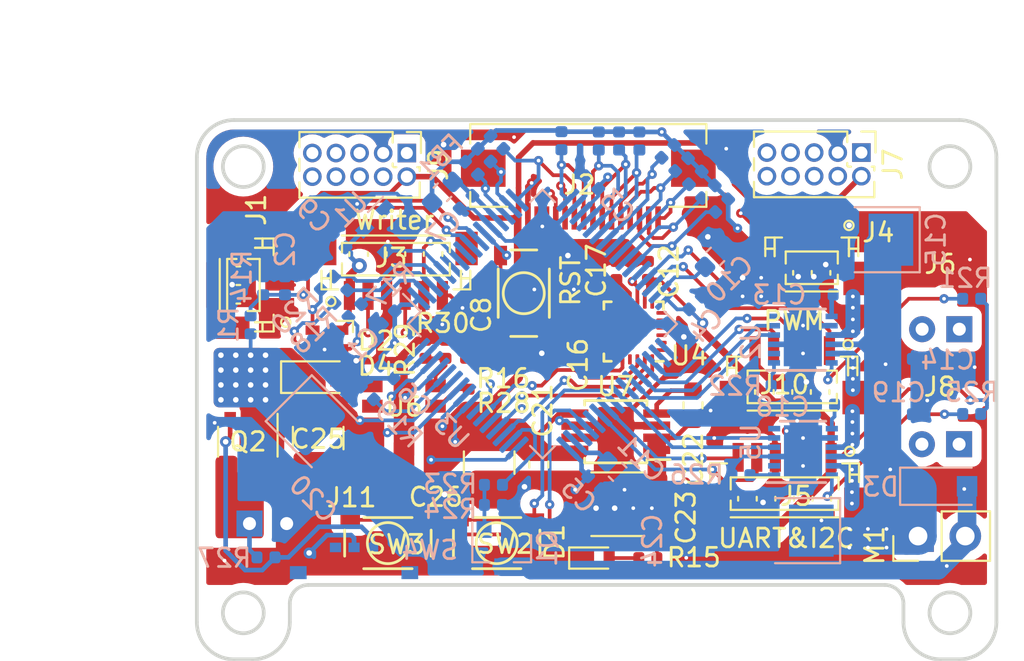
<source format=kicad_pcb>
(kicad_pcb (version 20211014) (generator pcbnew)
  (layers (0 "F.Cu" signal) (1 "In1.Cu" signal) (2 "In2.Cu" signal) (31 "B.Cu" signal) (34 "B.Paste" user) (35 "F.Paste" user) (36 "B.SilkS" user "B.Silkscreen") (37 "F.SilkS" user "F.Silkscreen") (38 "B.Mask" user) (39 "F.Mask" user) (44 "Edge.Cuts" user))
  (net 0 "")
  (net 1 "+3V3")
  (net 2 "GND")
  (net 3 "Net-(C10-Pad1)")
  (net 4 "+5V")
  (net 5 "+BATT")
  (net 6 "Net-(D1-Pad2)")
  (net 7 "Net-(D2-Pad2)")
  (net 8 "Net-(D2-Pad3)")
  (net 9 "Net-(D2-Pad4)")
  (net 10 "Net-(D3-Pad2)")
  (net 11 "/PC2")
  (net 12 "/PA0")
  (net 13 "/PA1")
  (net 14 "/PA2")
  (net 15 "/PA3")
  (net 16 "/PB1")
  (net 17 "/PB0")
  (net 18 "/PC5")
  (net 19 "/PA4")
  (net 20 "/PA5")
  (net 21 "/PC4")
  (net 22 "/PA6")
  (net 23 "/PA7")
  (net 24 "/PB3")
  (net 25 "Net-(J3-Pad5)")
  (net 26 "/PA13")
  (net 27 "/PA14")
  (net 28 "/PC3")
  (net 29 "/PB8")
  (net 30 "/PB9")
  (net 31 "/TX")
  (net 32 "/RX")
  (net 33 "Net-(J7-Pad1)")
  (net 34 "Net-(J8-Pad1)")
  (net 35 "/PB4")
  (net 36 "/PB5")
  (net 37 "Net-(J9-Pad1)")
  (net 38 "/PB7")
  (net 39 "/PB6")
  (net 40 "/PB15")
  (net 41 "/PB14")
  (net 42 "/PB11")
  (net 43 "/PB10")
  (net 44 "Net-(Q1-Pad1)")
  (net 45 "Net-(Q2-Pad3)")
  (net 46 "/PC13")
  (net 47 "/PC14")
  (net 48 "/PC15")
  (net 49 "/PA15")
  (net 50 "/PA8")
  (net 51 "/PA12")
  (net 52 "Net-(U1-Pad1)")
  (net 53 "Net-(U1-Pad3)")
  (net 54 "Net-(U2-Pad6)")
  (net 55 "/PC7")
  (net 56 "/PC6")
  (net 57 "Net-(U3-Pad6)")
  (net 58 "Net-(U3-Pad8)")
  (net 59 "Net-(U3-Pad28)")
  (net 60 "/PC8")
  (net 61 "/PC9")
  (net 62 "Net-(U3-Pad44)")
  (net 63 "/PC10")
  (net 64 "/PC11")
  (net 65 "/PC12")
  (net 66 "Net-(U4-Pad6)")
  (net 67 "Net-(U4-Pad7)")
  (net 68 "Net-(U5-Pad6)")
  (net 69 "Net-(U2-Pad2)")
  (net 70 "Net-(U5-Pad2)")
  (net 71 "Net-(J6-Pad1)")
  (net 72 "Net-(J6-Pad2)")
  (net 73 "Net-(J7-Pad4)")
  (net 74 "Net-(J7-Pad5)")
  (net 75 "Net-(J7-Pad7)")
  (net 76 "Net-(J7-Pad9)")
  (net 77 "Net-(J7-Pad10)")
  (net 78 "Net-(J8-Pad2)")
  (net 79 "Net-(J9-Pad10)")
  (net 80 "Net-(J9-Pad9)")
  (net 81 "Net-(J9-Pad7)")
  (net 82 "Net-(J9-Pad5)")
  (net 83 "Net-(J9-Pad4)")
  (net 84 "Net-(J11-Pad1)")
  (net 85 "Net-(U6-Pad2)")
  (net 86 "Net-(C18-Pad1)")
  (net 87 "/PD2")
  (net 88 "/PC1")
  (net 89 "Net-(C7-Pad2)")
  (net 90 "Net-(C8-Pad1)")
  (net 91 "Net-(C11-Pad1)")
  (net 92 "Net-(C13-Pad1)")
  (net 93 "Net-(C17-Pad1)")
  (net 94 "Net-(C22-Pad2)")
  (net 95 "Net-(U4-Pad21)")
  (net 96 "Net-(U4-Pad19)")
  (net 97 "Net-(U4-Pad17)")
  (net 98 "Net-(U4-Pad16)")
  (net 99 "Net-(U4-Pad15)")
  (net 100 "Net-(U4-Pad14)")
  (net 101 "Net-(U4-Pad12)")
  (net 102 "Net-(U4-Pad5)")
  (net 103 "Net-(U4-Pad4)")
  (net 104 "Net-(U4-Pad3)")
  (net 105 "Net-(U4-Pad2)")
  (net 106 "Net-(U4-Pad1)")
  (net 107 "Net-(R19-Pad1)")
  (net 108 "Net-(R21-Pad2)")
  (net 109 "Net-(R22-Pad1)")
  (net 110 "Net-(R25-Pad2)")
  (net 111 "Net-(R26-Pad1)")
  (net 112 "Net-(R28-Pad2)")
  (net 113 "Net-(R29-Pad1)")
  (net 114 "Net-(U3-Pad33)")
  (net 115 "Net-(U3-Pad34)")
  (net 116 "Net-(SW4-Pad3)")
  (footprint "Pin_Headers:Pin_Header_Straight_2x05_Pitch1.27mm" (layer "F.Cu") (at 135.7376 125.2474 -90)
    (fp_text reference "J7")
    (fp_text value "FTSH-105-01-F-D-K")
  )
  (footprint "Pin_Headers:Pin_Header_Straight_1x02_Pitch2.54mm" (layer "F.Cu") (at 138.7856 145.8722 90)
    (fp_text reference "M1")
    (fp_text value "Fan")
  )
  (footprint "Resistor_SMD:R_0402_1005Metric" (layer "F.Cu") (at 124.2544 147.0533 180)
    (fp_text reference "R15")
    (fp_text value "10k")
  )
  (footprint "Pin_Headers:Pin_Header_Straight_2x05_Pitch1.27mm" (layer "F.Cu") (at 111.29264 125.2728 -90)
    (fp_text reference "J9")
    (fp_text value "FTSH-105-01-F-D-K")
  )
  (footprint "Capacitor_SMD:C_1210_3225Metric" (layer "F.Cu") (at 106.5276 140.6017 -90)
    (fp_text reference "C25")
    (fp_text value "22μ")
  )
  (footprint "Capacitor_SMD:C_0603_1608Metric" (layer "F.Cu") (at 118.3894 142.0241 -90)
    (fp_text reference "C21")
    (fp_text value "1μ")
  )
  (footprint "Package_SO:MSOP-8_3x3mm_P0.65mm" (layer "F.Cu") (at 122.5296 140.2588 180)
    (fp_text reference "U7")
    (fp_text value "LT1763-3.3")
  )
  (footprint "mylib:LXDC55F" (layer "F.Cu") (at 111.1395 140.0372 90)
    (fp_text reference "U6")
    (fp_text value "LXDC55F")
  )
  (footprint "Resistor_SMD:R_0402_1005Metric" (layer "F.Cu") (at 112.2934 135.8265 90)
    (fp_text reference "R29")
    (fp_text value "1.2k")
  )
  (footprint "Capacitor_SMD:C_1812_4532Metric" (layer "F.Cu") (at 122.6019 144.1577 180)
    (fp_text reference "C23")
    (fp_text value "10μ")
  )
  (footprint "Resistor_SMD:R_0402_1005Metric" (layer "F.Cu") (at 114.6175 138.4578 90)
    (fp_text reference "R28")
    (fp_text value "10k")
  )
  (footprint "Connectors_JST:JST_SH_BM03B-SRSS-TB_03x1.00mm_Straight" (layer "F.Cu") (at 103.195 132.3688 90)
    (fp_text reference "J1")
    (fp_text value "maker_IN")
  )
  (footprint "Connectors_JST:JST_SH_BM06B-SRSS-TB_06x1.00mm_Straight" (layer "F.Cu") (at 110.7059 131.6684)
    (fp_text reference "J3")
    (fp_text value "Debugger")
  )
  (footprint "Capacitor_SMD:C_0402_1005Metric" (layer "F.Cu") (at 122.56 131.59 90)
    (fp_text reference "C17")
    (fp_text value "0.1μ")
  )
  (footprint "Capacitor_SMD:C_0603_1608Metric" (layer "F.Cu") (at 126.6825 138.8364 90)
    (fp_text reference "C22")
    (fp_text value "0.01μ")
  )
  (footprint "mylib:SKRPACE010" (layer "F.Cu") (at 116.125 146.25 180)
    (fp_text reference "SW2")
    (fp_text value "SW_Push")
  )
  (footprint "mcr0:PAconn_01x02" (layer "F.Cu") (at 139.9921 140.9319 180)
    (fp_text reference "J8")
    (fp_text value "Motor")
  )
  (footprint "mcr0:PAconn_01x02" (layer "F.Cu") (at 140.0048 134.747 180)
    (fp_text reference "J6")
    (fp_text value "Motor")
  )
  (footprint "mylib:SKRPACE010" (layer "F.Cu") (at 110.275 146.25 180)
    (fp_text reference "SW3")
    (fp_text value "SW_Push")
  )
  (footprint "Resistor_SMD:R_0402_1005Metric" (layer "F.Cu") (at 116.005 136.32 180)
    (fp_text reference "R16")
    (fp_text value "100")
  )
  (footprint "Diodes_SMD:D_SOD-323_HandSoldering" (layer "F.Cu") (at 106.4314 137.3251)
    (fp_text reference "D4")
    (fp_text value "14.0")
  )
  (footprint "mylib:SKRPACE010" (layer "F.Cu") (at 117.582 132.8096 -90)
    (fp_text reference "SW1" hide)
    (fp_text value "SW_Push")
  )
  (footprint "Connectors_JST:JST_SH_BM03B-SRSS-TB_03x1.00mm_Straight" (layer "F.Cu") (at 133.0693 130.754 180)
    (fp_text reference "J4")
    (fp_text value "maker_IN")
  )
  (footprint "Connectors_JST:JST_SH_BM06B-SRSS-TB_06x1.00mm_Straight" (layer "F.Cu") (at 131.6101 142.9004 180)
    (fp_text reference "J5")
    (fp_text value "I2C&UART")
  )
  (footprint "mcr0:CN-FFC-SMT2(CN-FFC(0.5)16PD)" (layer "F.Cu") (at 121.30278 128.7653 180)
    (fp_text reference "J2")
    (fp_text value "LineADC_IN")
  )
  (footprint "Resistor_SMD:R_0402_1005Metric" (layer "F.Cu") (at 113.3729 135.8265 90)
    (fp_text reference "R30")
    (fp_text value "150")
  )
  (footprint "Capacitor_SMD:C_0402_1005Metric" (layer "F.Cu") (at 114.48 135.825 90)
    (fp_text reference "C8")
    (fp_text value "0.1μ")
  )
  (footprint "Connectors_JST:JST_SH_BM05B-SRSS-TB_05x1.00mm_Straight" (layer "F.Cu") (at 132.02 137.16 180)
    (fp_text reference "J10")
    (fp_text value "PWM")
  )
  (footprint "Capacitor_SMD:C_1210_3225Metric" (layer "F.Cu") (at 115.7224 141.9225 -90)
    (fp_text reference "C26")
    (fp_text value "22μ")
  )
  (footprint "mcr0:OSTB0603C1C-A" (layer "F.Cu") (at 106.9978 135.3)
    (fp_text reference "D2")
    (fp_text value "OSTB0603C1C-A")
  )
  (footprint "mcr0:PAconn_01x02" (layer "F.Cu") (at 103.8319 145.1991)
    (fp_text reference "J11")
    (fp_text value "Battery")
  )
  (footprint "Diodes_SMD:D_0603" (layer "F.Cu") (at 121.3231 147.0533)
    (fp_text reference "D1")
    (fp_text value "green")
  )
  (footprint "Sensor_Motion:InvenSense_QFN-24_3x3mm_P0.4mm" (layer "F.Cu") (at 123.49 134.87 180)
    (fp_text reference "U4")
    (fp_text value "ICM-20648")
  )
  (footprint "Capacitor_SMD:C_0402_1005Metric" (layer "F.Cu") (at 120.32 134.355 90)
    (fp_text reference "C16")
    (fp_text value "0.1μ")
  )
  (footprint "Capacitor_SMD:C_0402_1005Metric" (layer "F.Cu") (at 124.26 131.585 -90)
    (fp_text reference "C12")
    (fp_text value "0.1μ")
  )
  (footprint "mcr0:TSOP-6F_P0.95mm" (layer "F.Cu") (at 102.743 140.7976 -90)
    (fp_text reference "Q2")
    (fp_text value "SSM6J808R")
  )
  (footprint "mcr0:SSAJ120100" (layer "B.Cu") (at 108.4547 147.8368 180)
    (fp_text reference "SW4")
    (fp_text value "SSAJ120100")
  )
  (footprint "Capacitor_SMD:C_0402_1005Metric" (layer "B.Cu") (at 137.9958 136.34466)
    (fp_text reference "C14")
    (fp_text value "0.1μ")
  )
  (footprint "Capacitor_SMD:C_0402_1005Metric" (layer "B.Cu") (at 137.9982 139.319)
    (fp_text reference "C19")
    (fp_text value "0.1μ")
  )
  (footprint "Capacitor_SMD:C_0402_1005Metric" (layer "B.Cu") (at 133.8096 138.8 180)
    (fp_text reference "C18")
    (fp_text value "1μ")
  )
  (footprint "Resistor_SMD:R_0402_1005Metric" (layer "B.Cu") (at 129.2606 142.5956 180)
    (fp_text reference "R26")
    (fp_text value "14k")
  )
  (footprint "Resistor_SMD:R_0402_1005Metric" (layer "B.Cu") (at 141.6709 139.3063 180)
    (fp_text reference "R25")
    (fp_text value "10k")
  )
  (footprint "Resistor_SMD:R_0402_1005Metric" (layer "B.Cu") (at 141.6709 133.1087 180)
    (fp_text reference "R21")
    (fp_text value "10k")
  )
  (footprint "Resistor_SMD:R_0402_1005Metric" (layer "B.Cu") (at 103.7185 147.0152)
    (fp_text reference "R27")
    (fp_text value "47k")
  )
  (footprint "Package_DFN_QFN:DFN-12-1EP_3x3mm_P0.5mm_EP2.05x2.86mm" (layer "B.Cu") (at 132.59816 141.34338)
    (fp_text reference "U5")
    (fp_text value "MAX22201ATC")
  )
  (footprint "Package_DFN_QFN:DFN-12-1EP_3x3mm_P0.5mm_EP2.05x2.86mm" (layer "B.Cu") (at 132.588 135.309)
    (fp_text reference "U2")
    (fp_text value "MAX22201ATC")
  )
  (footprint "Resistor_SMD:R_0603_1608Metric" (layer "B.Cu") (at 113.2078 127.3811 -135)
    (fp_text reference "FB1")
    (fp_text value "Ferrite")
  )
  (footprint "Capacitor_SMD:C_0402_1005Metric" (layer "B.Cu") (at 107.657053 130.007053 135)
    (fp_text reference "C9")
    (fp_text value "0.1μ")
  )
  (footprint "Resistor_SMD:R_0402_1005Metric" (layer "B.Cu") (at 119.6086 124.61 -90)
    (fp_text reference "R5" hide)
    (fp_text value "R")
  )
  (footprint "Resistor_SMD:R_0402_1005Metric" (layer "B.Cu") (at 116.141453 124.701253 -45)
    (fp_text reference "R4" hide)
    (fp_text value "R")
  )
  (footprint "Resistor_SMD:R_0402_1005Metric" (layer "B.Cu") (at 127.508 127.3556 -135)
    (fp_text reference "R12" hide)
    (fp_text value "R")
  )
  (footprint "Resistor_SMD:R_0402_1005Metric" (layer "B.Cu") (at 123.7996 124.625053 -90)
    (fp_text reference "R8" hide)
    (fp_text value "R")
  )
  (footprint "Resistor_SMD:R_0402_1005Metric" (layer "B.Cu") (at 128.231947 128.104853 -135)
    (fp_text reference "R11" hide)
    (fp_text value "R")
  )
  (footprint "Resistor_SMD:R_0402_1005Metric" (layer "B.Cu") (at 125.336253 125.183947 -135)
    (fp_text reference "R9" hide)
    (fp_text value "R")
  )
  (footprint "Resistor_SMD:R_0402_1005Metric" (layer "B.Cu") (at 122.7074 124.625147 -90)
    (fp_text reference "R7" hide)
    (fp_text value "R")
  )
  (footprint "Resistor_SMD:R_0402_1005Metric" (layer "B.Cu") (at 121.6152 124.625147 -90)
    (fp_text reference "R6" hide)
    (fp_text value "R")
  )
  (footprint "Capacitor_SMD:C_0402_1005Metric" (layer "B.Cu") (at 121.246947 126.860347 -45)
    (fp_text reference "C3")
    (fp_text value "0.1μ")
  )
  (footprint "Capacitor_SMD:C_0402_1005Metric" (layer "B.Cu") (at 133.7334 132.8833 180)
    (fp_text reference "C13")
    (fp_text value "1μ")
  )
  (footprint "Resistor_SMD:R_0402_1005Metric" (layer "B.Cu") (at 109.169247 138.176047 135)
    (fp_text reference "R19")
    (fp_text value "10k")
  )
  (footprint "mcr0:OScapacitor_ECAS" (layer "B.Cu") (at 134.1251 129.9337 180)
    (fp_text reference "C15")
    (fp_text value "68μ")
  )
  (footprint "Package_TO_SOT_SMD:SOT-23" (layer "B.Cu") (at 116.3955 146.5199 -90)
    (fp_text reference "Q1")
    (fp_text value "2N7002K")
  )
  (footprint "Capacitor_SMD:C_0402_1005Metric" (layer "B.Cu") (at 110.236047 137.045747 135)
    (fp_text reference "C6")
    (fp_text value "0.1μ")
  )
  (footprint "Diodes_SMD:D_SOD-123F" (layer "B.Cu") (at 140.0205 143.1925)
    (fp_text reference "D3")
    (fp_text value "SS2040FL")
  )
  (footprint "Resistor_SMD:R_0402_1005Metric" (layer "B.Cu") (at 115.951 144.1958)
    (fp_text reference "R24")
    (fp_text value "47k")
  )
  (footprint "Resistor_SMD:R_0402_1005Metric" (layer "B.Cu") (at 115.951 143.1163 180)
    (fp_text reference "R23")
    (fp_text value "470")
  )
  (footprint "Oscillator:Oscillator_SMD_Abracon_ASDMB-4Pin_2.5x2.0mm" (layer "B.Cu") (at 110.1598 129.4003 -45)
    (fp_text reference "U1")
    (fp_text value "ASDMB-12MHz")
  )
  (footprint "mcr0:OScapacitor_ECAS" (layer "B.Cu") (at 129.8452 145.5801 180)
    (fp_text reference "C24")
    (fp_text value "100μ")
  )
  (footprint "Resistor_SMD:R_0402_1005Metric" (layer "B.Cu") (at 107.010247 132.257753 45)
    (fp_text reference "R20")
    (fp_text value "470")
  )
  (footprint "Package_QFP:LQFP-64_10x10mm_P0.5mm" (layer "B.Cu") (at 118.5926 134.4676 -45)
    (fp_text reference "U3")
    (fp_text value "STM32F405RGTx")
  )
  (footprint "mcr0:OScapacitor_ECAS" (layer "B.Cu") (at 108.303458 141.818758 -45)
    (fp_text reference "C20")
    (fp_text value "68μ")
  )
  (footprint "Capacitor_SMD:C_0402_1005Metric" (layer "B.Cu") (at 104.74 132.41 90)
    (fp_text reference "C2")
    (fp_text value "0.1μ")
  )
  (footprint "Resistor_SMD:R_0402_1005Metric" (layer "B.Cu") (at 103.57 132.41 -90)
    (fp_text reference "R14")
    (fp_text value "620")
  )
  (footprint "Resistor_SMD:R_0402_1005Metric" (layer "B.Cu") (at 102.89 134.51 -90)
    (fp_text reference "R1")
    (fp_text value "2.4k")
  )
  (footprint "Resistor_SMD:R_0402_1005Metric" (layer "B.Cu") (at 107.746847 132.994353 45)
    (fp_text reference "R18")
    (fp_text value "680")
  )
  (footprint "Capacitor_SMD:C_0402_1005Metric" (layer "B.Cu") (at 110.299453 134.124747 45)
    (fp_text reference "C1")
    (fp_text value "0.1μ")
  )
  (footprint "Capacitor_SMD:C_0603_1608Metric" (layer "B.Cu") (at 127.887047 130.837353 45)
    (fp_text reference "C10")
    (fp_text value "2.2μ")
  )
  (footprint "Capacitor_SMD:C_0603_1608Metric" (layer "B.Cu") (at 122.629247 142.428547 -45)
    (fp_text reference "C11")
    (fp_text value "2.2μ")
  )
  (footprint "Capacitor_SMD:C_0402_1005Metric" (layer "B.Cu") (at 114.4778 127.9144 45)
    (fp_text reference "C7")
    (fp_text value "0.1μ")
  )
  (footprint "Resistor_SMD:R_0402_1005Metric" (layer "B.Cu") (at 114.769853 126.0856 -45)
    (fp_text reference "R2" hide)
    (fp_text value "R")
  )
  (footprint "Resistor_SMD:R_0402_1005Metric" (layer "B.Cu") (at 115.455653 125.387053 -45)
    (fp_text reference "R3" hide)
    (fp_text value "R")
  )
  (footprint "Resistor_SMD:R_0402_1005Metric" (layer "B.Cu") (at 126.809547 126.606253 -135)
    (fp_text reference "R13" hide)
    (fp_text value "R")
  )
  (footprint "Resistor_SMD:R_0402_1005Metric" (layer "B.Cu") (at 126.072947 125.895053 -135)
    (fp_text reference "R10" hide)
    (fp_text value "R")
  )
  (footprint "Resistor_SMD:R_0402_1005Metric" (layer "B.Cu") (at 131.36636 137.8)
    (fp_text reference "R22")
    (fp_text value "14k")
  )
  (footprint "Capacitor_SMD:C_0402_1005Metric" (layer "B.Cu") (at 121.386647 143.002047 135)
    (fp_text reference "C5")
    (fp_text value "0.1μ")
  )
  (footprint "Resistor_SMD:R_0402_1005Metric" (layer "B.Cu") (at 108.496053 133.743747 45)
    (fp_text reference "R17")
    (fp_text value "1.2k")
  )
  (footprint "Capacitor_SMD:C_0402_1005Metric" (layer "B.Cu") (at 126.809547 133.337253 -135)
    (fp_text reference "C4")
    (fp_text value "0.1μ")
  )
  (gr_circle (center 140.499999 126) (end 141.599999 126) (layer "Edge.Cuts") (width 0.2) (fill none))
  (gr_circle (center 102.5 126) (end 103.6 126) (layer "Edge.Cuts") (width 0.2) (fill none))
  (gr_arc (start 142.999999 150.5) (mid 142.414213 151.914214) (end 140.999999 152.5) (layer "Edge.Cuts") (width 0.2))
  (gr_line (start 102 152.5) (end 103 152.5) (layer "Edge.Cuts") (width 0.2))
  (gr_line (start 105 150.5) (end 105 149.5) (layer "Edge.Cuts") (width 0.2))
  (gr_line (start 141 123.5) (end 101.999999 123.5) (layer "Edge.Cuts") (width 0.2))
  (gr_arc (start 99.999999 125.5) (mid 100.585785 124.085786) (end 101.999999 123.5) (layer "Edge.Cuts") (width 0.2))
  (gr_arc (start 105 149.5) (mid 105.292893 148.792893) (end 106 148.5) (layer "Edge.Cuts") (width 0.2))
  (gr_line (start 106 148.5) (end 137 148.5) (layer "Edge.Cuts") (width 0.2))
  (gr_arc (start 105 150.5) (mid 104.414214 151.914214) (end 103 152.5) (layer "Edge.Cuts") (width 0.2))
  (gr_arc (start 102 152.5) (mid 100.585786 151.914214) (end 100 150.5) (layer "Edge.Cuts") (width 0.2))
  (gr_arc (start 141.000001 123.5) (mid 142.414214 124.085787) (end 142.999999 125.5) (layer "Edge.Cuts") (width 0.2))
  (gr_arc (start 137 148.5) (mid 137.707107 148.792893) (end 138 149.5) (layer "Edge.Cuts") (width 0.2))
  (gr_line (start 99.999999 125.5) (end 100 150.5) (layer "Edge.Cuts") (width 0.2))
  (gr_line (start 138 149.5) (end 138 150.5) (layer "Edge.Cuts") (width 0.2))
  (gr_circle (center 102.5 150) (end 103.6 150) (layer "Edge.Cuts") (width 0.2) (fill none))
  (gr_line (start 142.999999 150.5) (end 142.999999 125.5) (layer "Edge.Cuts") (width 0.2))
  (gr_circle (center 140.499999 150) (end 141.599999 150) (layer "Edge.Cuts") (width 0.2) (fill none))
  (gr_arc (start 140 152.5) (mid 138.585786 151.914214) (end 138 150.5) (layer "Edge.Cuts") (width 0.2))
  (gr_line (start 140 152.5) (end 140.999999 152.5) (layer "Edge.Cuts") (width 0.2))
  (gr_text "UART&I2C" (at 131.7 145.99) (layer "F.SilkS") (effects (font (size 1 1))))
  (gr_text "PWM" (at 132.12 134.28) (layer "F.SilkS") (effects (font (size 1 1))))
  (gr_text "Writer" (at 110.625 128.875) (layer "F.SilkS") (effects (font (size 1 1))))
  (gr_text "RST\n" (at 120.1 132.15 90) (layer "F.SilkS") (effects (font (size 1 1))))
  (via blind (at 126.29 142.97) (size 0.5) (drill 0.2) (layers "F.Cu" "In1.Cu") (net 0))
  (segment (start 108.2059 134.3669) (end 107.7728 134.8) (width 0.25) (layer "F.Cu") (net 1))
  (segment (start 124.26 132.59) (end 124.09 132.76) (width 0.2) (layer "F.Cu") (net 1))
  (segment (start 125.7226 140.5838) (end 126.6825 139.6239) (width 0.25) (layer "F.Cu") (net 1))
  (segment (start 125.6677 144.1577) (end 127.06 145.55) (width 0.5) (layer "F.Cu") (net 1))
  (segment (start 120.275217 132.61) (end 120.275217 133.825217) (width 0.25) (layer "F.Cu") (net 1))
  (segment (start 124.7394 144.1577) (end 124.7394 141.2436) (width 1) (layer "F.Cu") (net 1))
  (segment (start 124.7394 144.1577) (end 125.6677 144.1577) (width 0.5) (layer "F.Cu") (net 1))
  (segment (start 134.1101 139.8301) (end 134.1101 141.6379) (width 0.4) (layer "F.Cu") (net 1))
  (segment (start 137.519 138.729) (end 137.578 138.67) (width 0.2) (layer "F.Cu") (net 1))
  (segment (start 124.7394 147.0533) (end 124.7394 144.1577) (width 0.2) (layer "F.Cu") (net 1))
  (segment (start 108.2059 132.9309) (end 108.2059 134.3669) (width 0.25) (layer "F.Cu") (net 1))
  (segment (start 127.06 145.55) (end 131.047002 145.55) (width 0.5) (layer "F.Cu") (net 1))
  (segment (start 118.15 131.51) (end 118.15199 131.50801) (width 0.3) (layer "F.Cu") (net 1))
  (segment (start 120.275217 133.825217) (end 120.32 133.87) (width 0.25) (layer "F.Cu") (net 1))
  (segment (start 124.26 132.07) (end 124.8564 132.07) (width 0.2) (layer "F.Cu") (net 1))
  (segment (start 124.7296 141.2338) (end 124.7296 140.838801) (width 1) (layer "F.Cu") (net 1))
  (segment (start 124.7394 141.2436) (end 124.7296 141.2338) (width 1) (layer "F.Cu") (net 1))
  (segment (start 118.15 132.61) (end 118.15 131.51) (width 0.3) (layer "F.Cu") (net 1))
  (segment (start 108.74 131.33) (end 108.2059 131.8641) (width 0.4) (layer "F.Cu") (net 1))
  (segment (start 127.2032 134.4168) (end 127.2032 134.841064) (width 0.4) (layer "F.Cu") (net 1))
  (segment (start 127.2032 134.841064) (end 131.032136 138.67) (width 0.4) (layer "F.Cu") (net 1))
  (segment (start 124.7394 144.1577) (end 123.7777 144.1577) (width 0.25) (layer "F.Cu") (net 1))
  (segment (start 124.09 132.76) (end 124.09 133.37) (width 0.2) (layer "F.Cu") (net 1))
  (segment (start 134.6101 141.6379) (end 137.519 138.729) (width 0.2) (layer "F.Cu") (net 1))
  (segment (start 118.15199 129.84109) (end 118.15199 131.50801) (width 0.3) (layer "F.Cu") (net 1))
  (segment (start 124.7296 140.5838) (end 125.7226 140.5838) (width 0.25) (layer "F.Cu") (net 1))
  (segment (start 123.7777 144.1577) (end 123 143.38) (width 0.25) (layer "F.Cu") (net 1))
  (segment (start 137.519 138.729) (end 138.278 137.97) (width 0.2) (layer "F.Cu") (net 1))
  (segment (start 132.95 138.67) (end 134.1101 139.8301) (width 0.4) (layer "F.Cu") (net 1))
  (segment (start 124.8564 132.07) (end 127.2032 134.4168) (width 0.2) (layer "F.Cu") (net 1))
  (segment (start 124.26 132.07) (end 124.26 132.59) (width 0.2) (layer "F.Cu") (net 1))
  (segment (start 118.30278 129.6903) (end 118.15199 129.84109) (width 0.3) (layer "F.Cu") (net 1))
  (segment (start 138.278 137.97) (end 141.01 137.97) (width 0.2) (layer "F.Cu") (net 1))
  (segment (start 134.1101 141.6379) (end 134.1101 142.486902) (width 0.5) (layer "F.Cu") (net 1))
  (segment (start 108.2059 131.8641) (end 108.2059 132.9309) (width 0.4) (layer "F.Cu") (net 1))
  (segment (start 118.30278 128.7653) (end 118.30278 129.6903) (width 0.3) (layer "F.Cu") (net 1))
  (segment (start 134.1101 142.486902) (end 131.047002 145.55) (width 0.5) (layer "F.Cu") (net 1))
  (segment (start 124.26 132.07) (end 124.09 132.24) (width 0.2) (layer "F.Cu") (net 1))
  (segment (start 121.99 133.87) (end 120.32 133.87) (width 0.2) (layer "F.Cu") (net 1))
  (segment (start 141.01 137.97) (end 141.6 138.56) (width 0.2) (layer "F.Cu") (net 1))
  (segment (start 131.032136 138.67) (end 132.95 138.67) (width 0.4) (layer "F.Cu") (net 1))
  (segment (start 134.1101 141.6379) (end 134.6101 141.6379) (width 0.2) (layer "F.Cu") (net 1))
  (via blind (at 123 143.38) (size 0.5) (drill 0.2) (layers "F.Cu" "In2.Cu") (net 1))
  (via (at 108.74 131.33) (size 0.8) (drill 0.4) (layers "F.Cu" "B.Cu") (net 1))
  (via blind (at 118.15 132.61) (size 0.5) (drill 0.2) (layers "F.Cu" "In2.Cu") (net 1))
  (via (at 141.6 138.56) (size 0.5) (drill 0.2) (layers "F.Cu" "B.Cu") (net 1))
  (via blind (at 120.275217 132.61) (size 0.5) (drill 0.2) (layers "F.Cu" "In2.Cu") (net 1))
  (via (at 110.64 135.49) (size 0.5) (drill 0.2) (layers "F.Cu" "B.Cu") (net 1))
  (via (at 125.003841 124.140053) (size 0.5) (drill 0.2) (layers "F.Cu" "B.Cu") (net 1))
  (via (at 127.2032 134.4168) (size 0.6) (drill 0.3) (layers "F.Cu" "B.Cu") (net 1))
  (via blind (at 122.0978 126.5682) (size 0.5) (drill 0.2) (layers "In2.Cu" "B.Cu") (net 1))
  (via blind (at 120.34 143.38) (size 0.5) (drill 0.2) (layers "In2.Cu" "B.Cu") (net 1))
  (via blind (at 129.08 129.32) (size 0.5) (drill 0.2) (layers "In2.Cu" "B.Cu") (net 1))
  (segment (start 125.003841 124.140053) (end 126.415894 125.552106) (width 0.25) (layer "B.Cu") (net 1))
  (segment (start 123.710747 124.140053) (end 125.003841 124.140053) (width 0.25) (layer "B.Cu") (net 1))
  (segment (start 119.6086 124.125) (end 123.695694 124.125) (width 0.25) (layer "B.Cu") (net 1))
  (segment (start 123.695694 124.125) (end 123.710747 124.140053) (width 0.25) (layer "B.Cu") (net 1))
  (segment (start 127.152494 126.339506) (end 128.574894 127.761906) (width 0.25) (layer "B.Cu") (net 1))
  (segment (start 127.152494 126.263306) (end 127.152494 126.339506) (width 0.25) (layer "B.Cu") (net 1))
  (segment (start 116.09549 124.061322) (end 119.544922 124.061322) (width 0.25) (layer "B.Cu") (net 1))
  (segment (start 119.544922 124.061322) (end 119.6086 124.125) (width 0.25) (layer "B.Cu") (net 1))
  (segment (start 119.623747 124.140147) (end 119.6086 124.125) (width 0.25) (layer "B.Cu") (net 1))
  (segment (start 115.798506 124.358306) (end 116.09549 124.061322) (width 0.25) (layer "B.Cu") (net 1))
  (segment (start 115.798506 124.371053) (end 114.426906 125.742653) (width 0.25) (layer "B.Cu") (net 1))
  (segment (start 115.798506 124.358306) (end 115.798506 124.371053) (width 0.25) (layer "B.Cu") (net 1))
  (segment (start 121.589894 127.581218) (end 121.589894 127.203294) (width 0.2) (layer "B.Cu") (net 1))
  (segment (start 120.660887 128.510225) (end 121.589894 127.581218) (width 0.2) (layer "B.Cu") (net 1))
  (segment (start 142.490068 138.860068) (end 142.490068 138.499932) (width 0.2) (layer "B.Cu") (net 1))
  (segment (start 119.953781 141.132081) (end 120.69 141.8683) (width 0.25) (layer "B.Cu") (net 1))
  (segment (start 121.0437 142.6763) (end 120.34 143.38) (width 0.25) (layer "B.Cu") (net 1))
  (segment (start 121.589894 127.076106) (end 122.0978 126.5682) (width 0.2) (layer "B.Cu") (net 1))
  (segment (start 127.1016 134.3152) (end 127.2032 134.4168) (width 0.2) (layer "B.Cu") (net 1))
  (segment (start 142.1559 139.3063) (end 142.490068 138.972132) (width 0.2) (layer "B.Cu") (net 1))
  (segment (start 128.574894 127.761906) (end 128.574894 128.814894) (width 0.25) (layer "B.Cu") (net 1))
  (segment (start 111.0541 136.7028) (end 109.8931 136.7028) (width 0.25) (layer "B.Cu") (net 1))
  (segment (start 126.4666 133.6802) (end 127.1016 134.3152) (width 0.2) (layer "B.Cu") (net 1))
  (segment (start 108.279306 130.629306) (end 108.279306 130.869306) (width 0.25) (layer "B.Cu") (net 1))
  (segment (start 110.6424 133.7818) (end 110.6424 135.4876) (width 0.25) (layer "B.Cu") (net 1))
  (segment (start 109.8931 136.2369) (end 110.64 135.49) (width 0.25) (layer "B.Cu") (net 1))
  (segment (start 126.415894 125.552106) (end 126.441294 125.552106) (width 0.25) (layer "B.Cu") (net 1))
  (segment (start 142.490068 133.442868) (end 142.1559 133.1087) (width 0.2) (layer "B.Cu") (net 1))
  (segment (start 142.35 138.56) (end 142.43 138.56) (width 0.2) (layer "B.Cu") (net 1))
  (segment (start 142.490068 138.059932) (end 142.490068 133.442868) (width 0.2) (layer "B.Cu") (net 1))
  (segment (start 121.589894 127.203294) (end 121.589894 127.076106) (width 0.2) (layer "B.Cu") (net 1))
  (segment (start 142.490068 138.700068) (end 142.35 138.56) (width 0.2) (layer "B.Cu") (net 1))
  (segment (start 120.69 141.8683) (end 120.69 142.3054) (width 0.25) (layer "B.Cu") (net 1))
  (segment (start 110.998 133.4262) (end 110.6424 133.7818) (width 0.25) (layer "B.Cu") (net 1))
  (segment (start 142.490068 138.499932) (end 142.490068 138.059932) (width 0.2) (layer "B.Cu") (net 1))
  (segment (start 142.490068 138.059932) (end 142.490068 138.419932) (width 0.2) (layer "B.Cu") (net 1))
  (segment (start 111.928119 135.828781) (end 111.0541 136.7028) (width 0.25) (layer "B.Cu") (net 1))
  (segment (start 111.608338 133.4262) (end 110.998 133.4262) (width 0.25) (layer "B.Cu") (net 1))
  (segment (start 108.279306 130.869306) (end 108.74 131.33) (width 0.25) (layer "B.Cu") (net 1))
  (segment (start 108.963858 129.39309) (end 108.960322 129.39309) (width 0.2) (layer "B.Cu") (net 1))
  (segment (start 108 130.35) (end 108.279306 130.629306) (width 0.25) (layer "B.Cu") (net 1))
  (segment (start 125.830862 133.6802) (end 126.4666 133.6802) (width 0.2) (layer "B.Cu") (net 1))
  (segment (start 128.574894 128.814894) (end 129.08 129.32) (width 0.25) (layer "B.Cu") (net 1))
  (segment (start 142.490068 138.419932) (end 142.35 138.56) (width 0.2) (layer "B.Cu") (net 1))
  (segment (start 112.650953 126.549047) (end 113.457347 125.742653) (width 0.25) (layer "B.Cu") (net 1))
  (segment (start 121.0437 142.6591) (end 121.0437 142.6763) (width 0.25) (layer "B.Cu") (net 1))
  (segment (start 125.257081 133.106419) (end 125.830862 133.6802) (width 0.2) (layer "B.Cu") (net 1))
  (segment (start 142.490068 138.860068) (end 142.490068 138.700068) (width 0.2) (layer "B.Cu") (net 1))
  (segment (start 109.028429 129.364945) (end 108.988467 129.364945) (width 0.2) (layer "B.Cu") (net 1))
  (segment (start 110.6424 135.4876) (end 110.64 135.49) (width 0.25) (layer "B.Cu") (net 1))
  (segment (start 141.6 138.56) (end 142.35 138.56) (width 0.2) (layer "B.Cu") (net 1))
  (segment (start 108.043374 130.35) (end 109.028429 129.364945) (width 0.25) (layer "B.Cu") (net 1))
  (segment (start 120.69 142.3054) (end 121.0437 142.6591) (width 0.25) (layer "B.Cu") (net 1))
  (segment (start 111.928119 133.106419) (end 111.608338 133.4262) (width 0.25) (layer "B.Cu") (net 1))
  (segment (start 108 130.35) (end 108.043374 130.35) (width 0.25) (layer "B.Cu") (net 1))
  (segment (start 112.650953 127.937947) (end 112.650953 126.549047) (width 0.25) (layer "B.Cu") (net 1))
  (segment (start 109.8931 136.7028) (end 109.8931 136.2369) (width 0.25) (layer "B.Cu") (net 1))
  (segment (start 126.441294 125.552106) (end 127.152494 126.263306) (width 0.25) (layer "B.Cu") (net 1))
  (segment (start 142.490068 138.972132) (end 142.490068 138.860068) (width 0.2) (layer "B.Cu") (net 1))
  (segment (start 113.457347 125.742653) (end 114.426906 125.742653) (width 0.25) (layer "B.Cu") (net 1))
  (segment (start 142.43 138.56) (end 142.490068 138.499932) (width 0.2) (layer "B.Cu") (net 1))
  (segment (start 119.9554 130.7846) (end 120.7008 130.7846) (width 0.2) (layer "F.Cu") (net 2))
  (segment (start 122.7562 140.3338) (end 122.7562 139.9338) (width 0.4) (layer "F.Cu") (net 2))
  (segment (start 118.80278 128.7653) (end 118.80278 130.75538) (width 0.25) (layer "F.Cu") (net 2))
  (segment (start 120.4731 144.1664) (end 120.4644 144.1577) (width 0.2) (layer "F.Cu") (net 2))
  (segment (start 111.1395 137.0372) (end 110.5423 136.44) (width 0.4) (layer "F.Cu") (net 2))
  (segment (start 110.7749 136.44) (end 110.13 136.44) (width 0.4) (layer "F.Cu") (net 2))
  (segment (start 111.8734 135.3415) (end 111.37745 135.83745) (width 0.4) (layer "F.Cu") (net 2))
  (segment (start 121.06 136.16) (end 121.055 136.155) (width 0.2) (layer "F.Cu") (net 2))
  (segment (start 121.99 136.07) (end 121.92 136.14) (width 0.2) (layer "F.Cu") (net 2))
  (segment (start 126.19 135.16) (end 126.19 136.26) (width 0.2) (layer "F.Cu") (net 2))
  (segment (start 119.2127 147.5) (end 118.15 147.5) (width 0.2) (layer "F.Cu") (net 2))
  (segment (start 134.0693 129.4915) (end 134.0693 131.0607) (width 0.25) (layer "F.Cu") (net 2))
  (segment (start 118.832 130.7846) (end 121.1246 130.7846) (width 0.25) (layer "F.Cu") (net 2))
  (segment (start 112.2949 135.34) (end 112.2934 135.3415) (width 0.4) (layer "F.Cu") (net 2))
  (segment (start 127.63 139.68) (end 128.04 140.09) (width 0.25) (layer "F.Cu") (net 2))
  (segment (start 121.99 136.07) (end 121.63 136.43) (width 0.2) (layer "F.Cu") (net 2))
  (segment (start 110.2059 132.9309) (end 110.2059 134.9241) (width 0.4) (layer "F.Cu") (net 2))
  (segment (start 121.2946 130.7846) (end 121.1246 130.7846) (width 0.25) (layer "F.Cu") (net 2))
  (segment (start 109.84 136.14) (end 109.54 136.44) (width 0.4) (layer "F.Cu") (net 2))
  (segment (start 130.02 136.656502) (end 131.133498 137.77) (width 0.4) (layer "F.Cu") (net 2))
  (segment (start 108.3939 147.1911) (end 108.3831 147.1803) (width 0.2) (layer "F.Cu") (net 2))
  (segment (start 118 126.88) (end 117.80278 127.07722) (width 0.3) (layer "F.Cu") (net 2))
  (segment (start 108.875 147.5) (end 118.15 147.5) (width 0.2) (layer "F.Cu") (net 2))
  (segment (start 126.19 136.26) (end 126.1 136.35) (width 0.2) (layer "F.Cu") (net 2))
  (segment (start 109.84 135.29) (end 109.84 136.1) (width 0.4) (layer "F.Cu") (net 2))
  (segment (start 121.615 132.405) (end 121.615 131.385) (width 0.2) (layer "F.Cu") (net 2))
  (segment (start 120.32 134.84) (end 118.8374 134.84) (width 0.2) (layer "F.Cu") (net 2))
  (segment (start 121.99 136.07) (end 121.9 136.16) (width 0.2) (layer "F.Cu") (net 2))
  (segment (start 121.63 136.43) (end 121.58 136.43) (width 0.2) (layer "F.Cu") (net 2))
  (segment (start 110.2059 132.9309) (end 110.2059 131.3441) (width 0.4) (layer "F.Cu") (net 2))
  (segment (start 109.84 136.44) (end 109.54 136.44) (width 0.4) (layer "F.Cu") (net 2))
  (segment (start 130.5872 140.09) (end 131.1101 140.6129) (width 0.25) (layer "F.Cu") (net 2))
  (segment (start 111.37745 135.83745) (end 111.1395 136.0754) (width 0.4) (layer "F.Cu") (net 2))
  (segment (start 118.832 135.758) (end 118.55 136.04) (width 0.25) (layer "F.Cu") (net 2))
  (segment (start 120.3296 140.5838) (end 122.5062 140.5838) (width 0.4) (layer "F.Cu") (net 2))
  (segment (start 122.74 136.97) (end 122.12 136.97) (width 0.2) (layer "F.Cu") (net 2))
  (segment (start 109.84 136.15) (end 110.13 136.44) (width 0.4) (layer "F.Cu") (net 2))
  (segment (start 126.1 136.35) (end 122.7562 139.6938) (width 0.25) (layer "F.Cu") (net 2))
  (segment (start 108.994264 136.44) (end 108.57 136.44) (width 0.4) (layer "F.Cu") (net 2))
  (segment (start 121.58 136.16) (end 121.06 136.16) (width 0.2) (layer "F.Cu") (net 2))
  (segment (start 128.04 140.09) (end 130.5872 140.09) (width 0.25) (layer "F.Cu") (net 2))
  (segment (start 124.255 131.105) (end 124.26 131.1) (width 0.25) (layer "F.Cu") (net 2))
  (segment (start 118.832 130.7846) (end 119.9554 130.7846) (width 0.2) (layer "F.Cu") (net 2))
  (segment (start 121.055 136.155) (end 120.32 135.42) (width 0.2) (layer "F.Cu") (net 2))
  (segment (start 121.99 135.87) (end 121.99 136.07) (width 0.2) (layer "F.Cu") (net 2))
  (segment (start 110.2059 134.9241) (end 109.84 135.29) (width 0.4) (layer "F.Cu") (net 2))
  (segment (start 121.615 131.325) (end 121.835 131.105) (width 0.2) (layer "F.Cu") (net 2))
  (segment (start 111.1395 136.0754) (end 111.1395 137.0372) (width 0.4) (layer "F.Cu") (net 2))
  (segment (start 111.1395 137.7872) (end 111.1395 137.0372) (width 0.4) (layer "F.Cu") (net 2))
  (segment (start 122.56 131.105) (end 121.835 131.105) (width 0.25) (layer "F.Cu") (net 2))
  (segment (start 122.7562 139.9338) (end 124.7296 139.9338) (width 0.4) (layer "F.Cu") (net 2))
  (segment (start 111.1395 137.0372) (end 111.1395 136.5795) (width 0.4) (layer "F.Cu") (net 2))
  (segment (start 120.4731 147.0533) (end 120.4731 144.1664) (width 0.2) (layer "F.Cu") (net 2))
  (segment (start 121.58 136.43) (end 121.58 136.16) (width 0.2) (layer "F.Cu") (net 2))
  (segment (start 113.3729 135.3415) (end 114.4785 135.3415) (width 0.2) (layer "F.Cu") (net 2))
  (segment (start 114.4785 135.3415) (end 114.48 135.34) (width 0.2) (layer "F.Cu") (net 2))
  (segment (start 111.1395 136.5795) (end 110.88745 136.32745) (width 0.4) (layer "F.Cu") (net 2))
  (segment (start 127.63 139.12) (end 127.63 139.68) (width 0.25) (layer "F.Cu") (net 2))
  (segment (start 122.56 131.105) (end 124.255 131.105) (width 0.25) (layer "F.Cu") (net 2))
  (segment (start 120.3296 139.9338) (end 122.7562 139.9338) (width 0.4) (layer "F.Cu") (net 2))
  (segment (start 110.88745 136.32745) (end 110.7749 136.44) (width 0.4) (layer "F.Cu") (net 2))
  (segment (start 131.133498 137.77) (end 132.324315 137.77) (width 0.4) (layer "F.Cu") (net 2))
  (segment (start 121.615 131.385) (end 121.615 131.325) (width 0.2) (layer "F.Cu") (net 2))
  (segment (start 122.89 133.37) (end 122.89 132.995) (width 0.2) (layer "F.Cu") (net 2))
  (segment (start 112.2934 135.3415) (end 113.3729 135.3415) (width 0.2) (layer "F.Cu") (net 2))
  (segment (start 121.615 131.105) (end 121.2946 130.7846) (width 0.25) (layer "F.Cu") (net 2))
  (segment (start 112.2934 135.3415) (end 111.8734 135.3415) (width 0.4) (layer "F.Cu") (net 2))
  (segment (start 108.57 136.44) (end 108.5665 136.44) (width 0.4) (layer "F.Cu") (net 2))
  (segment (start 110.2059 131.3441) (end 110.42 131.13) (width 0.4) (layer "F.Cu") (net 2))
  (segment (start 117.80278 127.07722) (end 117.80278 128.7653) (width 0.3) (layer "F.Cu") (net 2))
  (segment (start 121.9 136.16) (end 121.58 136.16) (width 0.2) (layer "F.Cu") (net 2))
  (segment (start 118.8374 134.84) (end 118.832 134.8346) (width 0.2) (layer "F.Cu") (net 2))
  (segment (start 118.80278 130.75538) (end 118.832 130.7846) (width 0.25) (layer "F.Cu") (net 2))
  (segment (start 132.324315 137.77) (end 132.89 137.77) (width 0.4) (layer "F.Cu") (net 2))
  (segment (start 111.37745 135.83745) (end 110.88745 136.32745) (width 0.4) (layer "F.Cu") (net 2))
  (segment (start 122.12 136.97) (end 121.58 136.43) (width 0.2) (layer "F.Cu") (net 2))
  (segment (start 109.84 136.1) (end 109.84 136.44) (width 0.4) (layer "F.Cu") (net 2))
  (segment (start 118.832 134.8346) (end 118.832 135.758) (width 0.25) (layer "F.Cu") (net 2))
  (segment (start 122.89 136.37) (end 122.89 136.82) (width 0.2) (layer "F.Cu") (net 2))
  (segment (start 109.54 136.44) (end 108.994264 136.44) (width 0.4) (layer "F.Cu") (net 2))
  (segment (start 122.5062 140.5838) (end 122.7562 140.3338) (width 0.4) (layer "F.Cu") (net 2))
  (segment (start 110.5423 136.44) (end 110.13 136.44) (width 0.4) (layer "F.Cu") (net 2))
  (segment (start 110.13 136.44) (end 109.84 136.44) (width 0.4) (layer "F.Cu") (net 2))
  (segment (start 109.84 136.1) (end 109.84 136.14) (width 0.4) (layer "F.Cu") (net 2))
  (segment (start 130.02 135.8975) (end 130.02 136.656502) (width 0.4) (layer "F.Cu") (net 2))
  (segment (start 122.625 132.73) (end 121.94 132.73) (width 0.2) (layer "F.Cu") (net 2))
  (segment (start 114.48 135.34) (end 112.2949 135.34) (width 0.4) (layer "F.Cu") (net 2))
  (segment (start 120.4731 147.0533) (end 119.6594 147.0533) (width 0.2) (layer "F.Cu") (net 2))
  (segment (start 122.7562 139.6938) (end 122.7562 139.9338) (width 0.25) (layer "F.Cu") (net 2))
  (segment (start 108.5665 136.44) (end 107.6814 137.3251) (width 0.4) (layer "F.Cu") (net 2))
  (segment (start 121.94 132.73) (end 121.615 132.405) (width 0.2) (layer "F.Cu") (net 2))
  (segment (start 120.32 135.42) (end 120.32 134.84) (width 0.2) (layer "F.Cu") (net 2))
  (segment (start 122.89 136.82) (end 122.74 136.97) (width 0.2) (layer "F.Cu") (net 2))
  (segment (start 122.89 132.995) (end 122.625 132.73) (width 0.2) (layer "F.Cu") (net 2))
  (segment (start 113.3753 135.3439) (end 113.3729 135.3415) (width 0.2) (layer "F.Cu") (net 2))
  (segment (start 119.6594 147.0533) (end 119.2127 147.5) (width 0.2) (layer "F.Cu") (net 2))
  (segment (start 108.25 147.5) (end 108.875 147.5) (width 0.2) (layer "F.Cu") (net 2))
  (segment (start 131.1101 140.6129) (end 131.1101 141.6379) (width 0.25) (layer "F.Cu") (net 2))
  (segment (start 109.84 136.1) (end 109.84 136.15) (width 0.4) (layer "F.Cu") (net 2))
  (segment (start 121.835 131.105) (end 121.615 131.105) (width 0.25) (layer "F.Cu") (net 2))
  (segment (start 121.615 131.385) (end 121.615 131.105) (width 0.2) (layer "F.Cu") (net 2))
  (via (at 129.35 131.98) (size 0.6) (drill 0.3) (layers "F.Cu" "B.Cu") (net 2))
  (via (at 122.47 144.37) (size 0.6) (drill 0.3) (layers "F.Cu" "B.Cu") (net 2))
  (via (at 118.55 136.04) (size 0.6) (drill 0.3) (layers "F.Cu" "B.Cu") (net 2))
  (via blind (at 118 126.88) (size 0.5) (drill 0.2) (layers "F.Cu" "In1.Cu") (net 2))
  (via blind (at 126.32 147.04) (size 0.5) (drill 0.2) (layers "F.Cu" "In1.Cu") (net 2))
  (via blind (at 133.59 145.03) (size 0.5) (drill 0.2) (layers "F.Cu" "In1.Cu") (net 2))
  (via blind (at 137.29 142.29) (size 0.5) (drill 0.2) (layers "F.Cu" "In1.Cu") (net 2))
  (via blind (at 117.06 124.42) (size 0.5) (drill 0.2) (layers "F.Cu" "In1.Cu") (net 2))
  (via (at 117.62 143.22) (size 0.6) (drill 0.3) (layers "F.Cu" "B.Cu") (net 2))
  (via (at 132.34 131.92) (size 0.6) (drill 0.3) (layers "F.Cu" "B.Cu") (net 2))
  (via (at 135.08 129.16) (size 0.6) (drill 0.3) (layers "F.Cu" "B.Cu") (net 2))
  (via (at 133.8199 131.27) (size 0.6) (drill 0.3) (layers "F.Cu" "B.Cu") (net 2))
  (via blind (at 110.2741 130.0353) (size 0.5) (drill 0.2) (layers "F.Cu" "In1.Cu") (net 2))
  (via (at 108.57 136.44) (size 0.6) (drill 0.3) (layers "F.Cu" "B.Cu") (net 2))
  (via (at 127.63 139.12) (size 0.5) (drill 0.2) (layers "F.Cu" "B.Cu") (net 2))
  (via (at 127.48 129.78) (size 0.6) (drill 0.3) (layers "F.Cu" "B.Cu") (net 2))
  (via (at 119.9554 130.7846) (size 0.6) (drill 0.3) (layers "F.Cu" "B.Cu") (net 2))
  (via blind (at 141.27 143.34) (size 0.5) (drill 0.2) (layers "F.Cu" "In1.Cu") (net 2))
  (via (at 121.47 144.37) (size 0.6) (drill 0.3) (layers "F.Cu" "B.Cu") (net 2))
  (via blind (at 127.825 140.6) (size 0.5) (drill 0.2) (layers "F.Cu" "In1.Cu") (net 2))
  (via (at 133.18 131.92) (size 0.6) (drill 0.3) (layers "F.Cu" "B.Cu") (net 2))
  (via blind (at 101.49 147.19) (size 0.5) (drill 0.2) (layers "F.Cu" "In1.Cu") (net 2))
  (via (at 126.19 135.16) (size 0.6) (drill 0.3) (layers "F.Cu" "B.Cu") (net 2))
  (via (at 130.45 144.06) (size 0.6) (drill 0.3) (layers "F.Cu" "B.Cu") (net 2))
  (via (at 106.04 146.78) (size 0.6) (drill 0.3) (layers "F.Cu" "B.Cu") (net 2))
  (via (at 113.27 124.82) (size 0.6) (drill 0.3) (layers "F.Cu" "B.Cu") (net 2))
  (via blind (at 140.33 147.48) (size 0.5) (drill 0.2) (layers "F.Cu" "In1.Cu") (net 2))
  (via blind (at 141.575 131) (size 0.5) (drill 0.2) (layers "F.Cu" "In1.Cu") (net 2))
  (via blind (at 141.83 136.79) (size 0.5) (drill 0.2) (layers "F.Cu" "In1.Cu") (net 2))
  (via (at 101.9 132.35) (size 0.6) (drill 0.3) (layers "F.Cu" "B.Cu") (net 2))
  (via blind (at 137.04 136.63) (size 0.5) (drill 0.2) (layers "F.Cu" "In1.Cu") (net 2))
  (via (at 132.78 137.58) (size 0.6) (drill 0.3) (layers "F.Cu" "B.Cu") (net 2))
  (via (at 113.32 143.64) (size 0.6) (drill 0.3) (layers "F.Cu" "B.Cu") (net 2))
  (via blind (at 130.35 131.98) (size 0.5) (drill 0.2) (layers "In1.Cu" "B.Cu") (net 2))
  (via blind (at 129.35 132.98) (size 0.5) (drill 0.2) (layers "In1.Cu" "B.Cu") (net 2))
  (via blind (at 130.35 132.98) (size 0.5) (drill 0.2) (layers "In1.Cu" "B.Cu") (net 2))
  (via blind (at 123.47 144.37) (size 0.5) (drill 0.2) (layers "In1.Cu" "B.Cu") (net 2))
  (via blind (at 124.47 144.37) (size 0.5) (drill 0.2) (layers "In1.Cu" "B.Cu") (net 2))
  (via blind (at 113.2 134.49) (size 0.5) (drill 0.2) (layers "In1.Cu" "B.Cu") (net 2))
  (via blind (at 128.47 125.04) (size 0.5) (drill 0.2) (layers "In1.Cu" "B.Cu") (net 2))
  (via blind (at 100.96 139.78) (size 0.5) (drill 0.2) (layers "In1.Cu" "B.Cu") (net 2))
  (via blind (at 132.6 142.1) (size 0.5) (drill 0.2) (layers "In1.Cu" "B.Cu") (net 2))
  (via blind (at 132.6 140.6) (size 0.5) (drill 0.2) (layers "In1.Cu" "B.Cu") (net 2))
  (via blind (at 108.62 128.01) (size 0.5) (drill 0.2) (layers "In1.Cu" "B.Cu") (net 2))
  (via blind (at 139.28 138.58) (size 0.5) (drill 0.2) (layers "In1.Cu" "B.Cu") (net 2))
  (via blind locked (at 118.58 129.22) (size 0.5) (drill 0.2) (layers "In1.Cu" "B.Cu") (net 2))
  (via blind (at 132.6 136.05) (size 0.5) (drill 0.2) (layers "In1.Cu" "B.Cu") (net 2))
  (via blind (at 106.87 135.84) (size 0.5) (drill 0.2) (layers "In1.Cu" "B.Cu") (net 2))
  (via blind (at 132.6 134.55) (size 0.5) (drill 0.2) (layers "In1.Cu" "B.Cu") (net 2))
  (segment (start 120.307334 128.156672) (end 120.904 127.560006) (width 0.2) (layer "B.Cu") (net 2))
  (segment (start 120.904 127.560006) (end 120.904 126.5174) (width 0.2) (layer "B.Cu") (net 2))
  (segment (start 132.34816 141.59338) (end 132.59816 141.34338) (width 0.3) (layer "B.Cu") (net 2))
  (segment (start 110.578994 137.388694) (end 110.859877 137.107811) (width 0.2) (layer "B.Cu") (net 2))
  (segment (start 108.4547 145.9768) (end 108.4547 146.4818) (width 0.25) (layer "B.Cu") (net 2))
  (segment (start 108.95 136.31) (end 109.956506 135.303494) (width 0.2) (layer "B.Cu") (net 2))
  (segment (start 118.464006 130) (end 118.522003 129.942003) (width 0.2) (layer "B.Cu") (net 2))
  (segment (start 131.85136 137.8) (end 132.588 137.06336) (width 0.2) (layer "B.Cu") (net 2))
  (segment (start 115.817206 129.217332) (end 114.857221 128.257347) (width 0.2) (layer "B.Cu") (net 2))
  (segment (start 132.588 137.06336) (end 132.588 135.309) (width 0.2) (layer "B.Cu") (net 2))
  (segment (start 138.4808 136.34466) (end 138.4808 139.3166) (width 0.2) (layer "B.Cu") (net 2))
  (segment (start 116.599874 130) (end 118.464006 130) (width 0.2) (layer "B.Cu") (net 2))
  (segment (start 131.04816 141.59338) (end 132.34816 141.59338) (width 0.3) (layer "B.Cu") (net 2))
  (segment (start 133.34816 140.59338) (end 132.59816 141.34338) (width 0.3) (layer "B.Cu") (net 2))
  (segment (start 110.859877 137.107811) (end 111.356195 137.107811) (width 0.2) (layer "B.Cu") (net 2))
  (segment (start 132.588 133.5437) (end 133.2484 132.8833) (width 0.2) (layer "B.Cu") (net 2))
  (segment (start 109.270706 137.388694) (end 108.8263 137.8331) (width 0.25) (layer "B.Cu") (net 2))
  (segment (start 133.3246 138.8) (end 132.85136 138.8) (width 0.2) (layer "B.Cu") (net 2))
  (segment (start 133.338 134.559) (end 132.588 135.309) (width 0.3) (layer "B.Cu") (net 2))
  (segment (start 131.038 135.559) (end 132.338 135.559) (width 0.3) (layer "B.Cu") (net 2))
  (segment (start 109.441411 127.458589) (end 110.758589 127.458589) (width 0.2) (layer "B.Cu") (net 2))
  (segment (start 111.356195 137.107811) (end 111.662954 136.801052) (width 0.2) (layer "B.Cu") (net 2))
  (segment (start 129.35782 141.59338) (end 131.04816 141.59338) (width 0.2) (layer "B.Cu") (net 2))
  (segment (start 128.7756 142.1756) (end 129.35782 141.59338) (width 0.2) (layer "B.Cu") (net 2))
  (segment (start 107.314106 129.664106) (end 107.61109 129.367122) (width 0.2) (layer "B.Cu") (net 2))
  (segment (start 134.14816 140.59338) (end 133.34816 140.59338) (width 0.3) (layer "B.Cu") (net 2))
  (segment (start 117.531877 130.932003) (end 117.532003 130.932003) (width 0.25) (layer "B.Cu") (net 2))
  (segment (start 112.281672 136.182334) (end 112.90039 135.563616) (width 0.25) (layer "B.Cu") (net 2))
  (segment (start 110.758589 127.458589) (end 111.291171 127.991171) (width 0.2) (layer "B.Cu") (net 2))
  (segment (start 107.61109 129.28891) (end 109.441411 127.458589) (width 0.2) (layer "B.Cu") (net 2))
  (segment (start 128.7756 142.5956) (end 128.7756 142.1756) (width 0.2) (layer "B.Cu") (net 2))
  (segment (start 111.662954 136.801052) (end 112.281672 136.182334) (width 0.2) (layer "B.Cu") (net 2))
  (segment (start 110.578994 137.388694) (end 109.270706 137.388694) (width 0.25) (layer "B.Cu") (net 2))
  (segment (start 106.04 146.78) (end 107 145.82) (width 0.25) (layer "B.Cu") (net 2))
  (segment (start 132.85136 138.8) (end 131.85136 137.8) (width 0.2) (layer "B.Cu") (net 2))
  (segment (start 114.857221 128.257347) (end 114.134853 128.257347) (width 0.2) (layer "B.Cu") (net 2))
  (segment (start 108.7 136.31) (end 108.95 136.31) (width 0.2) (layer "B.Cu") (net 2))
  (segment (start 134.138 134.559) (end 133.338 134.559) (width 0.3) (layer "B.Cu") (net 2))
  (segment (start 107 145.82) (end 108.2979 145.82) (width 0.25) (layer "B.Cu") (net 2))
  (segment (start 133.5151 140.48994) (end 132.78866 141.21638) (width 0.2) (layer "B.Cu") (net 2))
  (segment (start 132.338 135.559) (end 132.588 135.309) (width 0.3) (layer "B.Cu") (net 2))
  (segment (start 107.61109 129.367122) (end 107.61109 129.28891) (width 0.2) (layer "B.Cu") (net 2))
  (segment (start 112.90039 135.563616) (end 117.532003 130.932003) (width 0.25) (layer "B.Cu") (net 2))
  (segment (start 138.4808 139.3166) (end 138.4832 139.319) (width 0.2) (layer "B.Cu") (net 2))
  (segment (start 118.522003 129.942003) (end 120.307334 128.156672) (width 0.25) (layer "B.Cu") (net 2))
  (segment (start 115.817206 129.217332) (end 116.599874 130) (width 0.2) (layer "B.Cu") (net 2))
  (segment (start 108.57 136.44) (end 108.7 136.31) (width 0.2) (layer "B.Cu") (net 2))
  (segment (start 111.291171 127.991171) (end 111.291171 129.435655) (width 0.2) (layer "B.Cu") (net 2))
  (segment (start 117.532003 130.932003) (end 118.522003 129.942003) (width 0.25) (layer "B.Cu") (net 2))
  (segment (start 132.53866 141.46638) (end 132.78866 141.21638) (width 0.3) (layer "B.Cu") (net 2))
  (segment (start 133.3246 138.8) (end 133.3246 140.61694) (width 0.2) (layer "B.Cu") (net 2))
  (segment (start 132.588 135.309) (end 132.588 133.5437) (width 0.2) (layer "B.Cu") (net 2))
  (segment (start 109.956506 135.303494) (end 109.956506 134.467694) (width 0.2) (layer "B.Cu") (net 2))
  (segment (start 108.2979 145.82) (end 108.4547 145.9768) (width 0.25) (layer "B.Cu") (net 2))
  (segment (start 111.291171 129.435655) (end 111.291171 128.291171) (width 0.2) (layer "B.Cu") (net 2))
  (segment (start 126.7714 131.953) (end 127.3302 131.3942) (width 0.2) (layer "B.Cu") (net 3))
  (segment (start 124.903528 132.752866) (end 125.703394 131.953) (width 0.2) (layer "B.Cu") (net 3))
  (segment (start 125.703394 131.953) (end 126.7714 131.953) (width 0.2) (layer "B.Cu") (net 3))
  (segment (start 131.4693 129.4915) (end 128.9177 126.9399) (width 0.3) (layer "F.Cu") (net 4))
  (segment (start 118.414398 140.35) (end 117.8 140.35) (width 0.2) (layer "F.Cu") (net 4))
  (segment (start 104.4575 130.8188) (end 104.4575 131.3688) (width 0.25) (layer "F.Cu") (net 4))
  (segment (start 117.30278 125.50852) (end 118.08065 124.73065) (width 0.3) (layer "F.Cu") (net 4))
  (segment (start 117.30278 129.95198) (end 117.30278 129.40278) (width 0.3) (layer "F.Cu") (net 4))
  (segment (start 118.3894 141.2366) (end 118.426 141.2) (width 0.4) (layer "F.Cu") (net 4))
  (segment (start 134.5692 127.6858) (end 135.7376 126.5174) (width 0.3) (layer "F.Cu") (net 4))
  (segment (start 117.30278 128.7653) (end 117.30278 127.14722) (width 0.3) (layer "F.Cu") (net 4))
  (segment (start 118.3894 140.374998) (end 118.3894 141.2366) (width 0.2) (layer "F.Cu") (net 4))
  (segment (start 117.30278 129.40278) (end 117.30278 128.7653) (width 0.3) (layer "F.Cu") (net 4))
  (segment (start 115.7224 140.5225) (end 115.7224 138.9507) (width 0.5) (layer "F.Cu") (net 4))
  (segment (start 117.30278 128.49722) (end 117.0347 128.7653) (width 0.25) (layer "F.Cu") (net 4))
  (segment (start 106.716811 127.433189) (end 104.4575 129.6925) (width 0.25) (layer "F.Cu") (net 4))
  (segment (start 128.9177 126.9399) (end 128.9177 125.511218) (width 0.3) (layer "F.Cu") (net 4))
  (segment (start 128.136482 124.73) (end 118.0813 124.73) (width 0.3) (layer "F.Cu") (net 4))
  (segment (start 132.0693 129.4915) (end 132.0693 128.4165) (width 0.3) (layer "F.Cu") (net 4))
  (segment (start 132.0693 128.4165) (end 132.8 127.6858) (width 0.3) (layer "F.Cu") (net 4))
  (segment (start 117.0347 128.7653) (end 114.8969 128.7653) (width 0.3) (layer "F.Cu") (net 4))
  (segment (start 115.7224 140.5225) (end 118.241898 140.5225) (width 0.25) (layer "F.Cu") (net 4))
  (segment (start 118.0813 124.73) (end 118.08065 124.73065) (width 0.3) (layer "F.Cu") (net 4))
  (segment (start 117.30278 127.14722) (end 117.30278 125.50852) (width 0.3) (layer "F.Cu") (net 4))
  (segment (start 104.4575 129.6925) (end 104.4575 130.8188) (width 0.25) (layer "F.Cu") (net 4))
  (segment (start 112.6744 126.5428) (end 111.29264 126.5428) (width 0.3) (layer "F.Cu") (net 4))
  (segment (start 118.426 141.2) (end 120.2958 141.2) (width 0.4) (layer "F.Cu") (net 4))
  (segment (start 118.532199 140.232199) (end 118.3894 140.374998) (width 0.2) (layer "F.Cu") (net 4))
  (segment (start 117.30278 129.40278) (end 117.30278 129.03338) (width 0.25) (layer "F.Cu") (net 4))
  (segment (start 114.8969 128.7653) (end 112.6744 126.5428) (width 0.3) (layer "F.Cu") (net 4))
  (segment (start 128.9177 125.511218) (end 128.136482 124.73) (width 0.3) (layer "F.Cu") (net 4))
  (segment (start 111.29264 126.5428) (end 110.402251 127.433189) (width 0.25) (layer "F.Cu") (net 4))
  (segment (start 118.657199 140.107199) (end 119.480598 139.2838) (width 0.25) (layer "F.Cu") (net 4))
  (segment (start 119.480598 139.2838) (end 120.3296 139.2838) (width 0.25) (layer "F.Cu") (net 4))
  (segment (start 118.241898 140.5225) (end 118.532199 140.232199) (width 0.25) (layer "F.Cu") (net 4))
  (segment (start 132.0693 129.4915) (end 131.4693 129.4915) (width 0.3) (layer "F.Cu") (net 4))
  (segment (start 118.657199 140.107199) (end 118.414398 140.35) (width 0.2) (layer "F.Cu") (net 4))
  (segment (start 117.30278 129.03338) (end 117.0347 128.7653) (width 0.25) (layer "F.Cu") (net 4))
  (segment (start 110.402251 127.433189) (end 106.716811 127.433189) (width 0.25) (layer "F.Cu") (net 4))
  (segment (start 117.32371 129.97291) (end 117.30278 129.95198) (width 0.3) (layer "F.Cu") (net 4))
  (segment (start 132.8 127.6858) (end 134.5692 127.6858) (width 0.3) (layer "F.Cu") (net 4))
  (segment (start 118.532199 140.232199) (end 118.657199 140.107199) (width 0.25) (layer "F.Cu") (net 4))
  (segment (start 117.30278 128.7653) (end 117.0347 128.7653) (width 0.3) (layer "F.Cu") (net 4))
  (segment (start 120.2958 141.2) (end 120.3296 141.2338) (width 0.4) (layer "F.Cu") (net 4))
  (segment (start 118.532199 140.232199) (end 118.364398 140.4) (width 0.2) (layer "F.Cu") (net 4))
  (segment (start 108.395 138.115) (end 108 138.51) (width 0.25) (layer "F.Cu") (net 5))
  (segment (start 108 138.51) (end 108 139.05) (width 0.25) (layer "F.Cu") (net 5))
  (segment (start 108.5 138.01) (end 108.395 138.115) (width 0.25) (layer "F.Cu") (net 5))
  (segment (start 107.22331 138.50599) (end 106.5276 139.2017) (width 0.25) (layer "F.Cu") (net 5))
  (segment (start 108.125 138.385) (end 108.00401 138.50599) (width 0.25) (layer "F.Cu") (net 5))
  (segment (start 108.5 138.01) (end 108.05 138.46) (width 0.25) (layer "F.Cu") (net 5))
  (segment (start 108.395 138.115) (end 108.11 138.4) (width 0.25) (layer "F.Cu") (net 5))
  (segment (start 108.7228 137.7872) (end 108.5 138.01) (width 0.25) (layer "F.Cu") (net 5))
  (segment (start 108.395 138.115) (end 108.125 138.385) (width 0.25) (layer "F.Cu") (net 5))
  (segment (start 109.4395 137.7872) (end 108.7228 137.7872) (width 0.25) (layer "F.Cu") (net 5))
  (segment (start 108.125 138.385) (end 107.94 138.57) (width 0.25) (layer "F.Cu") (net 5))
  (segment (start 108.00401 138.50599) (end 107.22331 138.50599) (width 0.25) (layer "F.Cu") (net 5))
  (segment (start 108.395 138.115) (end 108.03 138.48) (width 0.25) (layer "F.Cu") (net 5))
  (via (at 102.0952 136.144) (size 0.6) (drill 0.3) (layers "F.Cu" "B.Cu") (net 5))
  (via (at 102.8952 136.144) (size 0.6) (drill 0.3) (layers "F.Cu" "B.Cu") (net 5))
  (via (at 103.6952 136.144) (size 0.6) (drill 0.3) (layers "F.Cu" "B.Cu") (net 5))
  (via (at 101.2952 136.944) (size 0.6) (drill 0.3) (layers "F.Cu" "B.Cu") (net 5))
  (via (at 102.0952 136.944) (size 0.6) (drill 0.3) (layers "F.Cu" "B.Cu") (net 5))
  (via (at 102.8952 136.944) (size 0.6) (drill 0.3) (layers "F.Cu" "B.Cu") (net 5))
  (via (at 103.6952 136.944) (size 0.6) (drill 0.3) (layers "F.Cu" "B.Cu") (net 5))
  (via (at 101.2952 137.744) (size 0.6) (drill 0.3) (layers "F.Cu" "B.Cu") (net 5))
  (via (at 102.0952 137.744) (size 0.6) (drill 0.3) (layers "F.Cu" "B.Cu") (net 5))
  (via (at 102.8952 137.744) (size 0.6) (drill 0.3) (layers "F.Cu" "B.Cu") (net 5))
  (via (at 103.6952 137.744) (size 0.6) (drill 0.3) (layers "F.Cu" "B.Cu") (net 5))
  (via (at 101.2952 138.544) (size 0.6) (drill 0.3) (layers "F.Cu" "B.Cu") (net 5))
  (via (at 102.0952 138.544) (size 0.6) (drill 0.3) (layers "F.Cu" "B.Cu") (net 5))
  (via (at 102.8952 138.544) (size 0.6) (drill 0.3) (layers "F.Cu" "B.Cu") (net 5))
  (via (at 103.6952 138.544) (size 0.6) (drill 0.3) (layers "F.Cu" "B.Cu") (net 5))
  (via (at 101.2952 136.144) (size 0.6) (drill 0.3) (layers "F.Cu" "B.Cu") (net 5))
  (via blind (at 136.09 145.49) (size 0.5) (drill 0.2) (layers "In2.Cu" "B.Cu") (net 5))
  (via blind (at 137.09 145.49) (size 0.5) (drill 0.2) (layers "In2.Cu" "B.Cu") (net 5))
  (via blind (at 135.09 146.49) (size 0.5) (drill 0.2) (layers "In2.Cu" "B.Cu") (net 5))
  (via blind (at 136.09 146.49) (size 0.5) (drill 0.2) (layers "In2.Cu" "B.Cu") (net 5))
  (via blind (at 137.09 146.49) (size 0.5) (drill 0.2) (layers "In2.Cu" "B.Cu") (net 5))
  (via blind (at 135.09 145.49) (size 0.5) (drill 0.2) (layers "In2.Cu" "B.Cu") (net 5))
  (segment (start 135.895977 145.715977) (end 136.82961 144.782345) (width 2) (layer "B.Cu") (net 5))
  (segment (start 136.64401 141.72401) (end 136.8298 141.9098) (width 0.3) (layer "B.Cu") (net 5))
  (segment (start 134.9502 145.8722) (end 138.7856 145.8722) (width 2) (layer "B.Cu") (net 5))
  (segment (start 134.138 135.559) (end 135.341 135.559) (width 0.3) (layer "B.Cu") (net 5))
  (segment (start 136.51338 141.59338) (end 136.64401 141.72401) (width 0.3) (layer "B.Cu") (net 5))
  (segment (start 102.8952 135.0002) (end 102.89 134.995) (width 0.2) (layer "B.Cu") (net 5))
  (segment (start 135.341 135.559) (end 136.5202 135.559) (width 0.3) (layer "B.Cu") (net 5))
  (segment (start 138.6205 143.1925) (end 138.466098 143.1925) (width 2) (layer "B.Cu") (net 5))
  (segment (start 136.8806 134.9788) (end 136.2212 134.9788) (width 0.3) (layer "B.Cu") (net 5))
  (segment (start 138.7856 143.3576) (end 138.6205 143.1925) (width 2) (layer "B.Cu") (net 5))
  (segment (start 133.2992 145.8722) (end 134.9502 145.8722) (width 2) (layer "B.Cu") (net 5))
  (segment (start 136.8806 137.2013) (end 136.8806 136.7986) (width 0.3) (layer "B.Cu") (net 5))
  (segment (start 138.466098 143.1925) (end 136.855011 141.581413) (width 2) (layer "B.Cu") (net 5))
  (segment (start 136.855011 141.884589) (end 136.855011 144.576989) (width 2) (layer "B.Cu") (net 5))
  (segment (start 136.2212 134.9788) (end 135.641 135.559) (width 0.3) (layer "B.Cu") (net 5))
  (segment (start 134.14816 141.59338) (end 135.72598 141.59338) (width 0.3) (layer "B.Cu") (net 5))
  (segment (start 136.8806 136.7986) (end 135.641 135.559) (width 0.3) (layer "B.Cu") (net 5))
  (segment (start 135.739755 145.8722) (end 135.895977 145.715977) (width 2) (layer "B.Cu") (net 5))
  (segment (start 136.855011 139.725589) (end 136.855011 140.464349) (width 0.4) (layer "B.Cu") (net 5))
  (segment (start 102.8952 136.144) (end 102.8952 135.0002) (width 0.2) (layer "B.Cu") (net 5))
  (segment (start 136.82961 144.60239) (end 136.855011 144.576989) (width 2) (layer "B.Cu") (net 5))
  (segment (start 136.8806 130.3782) (end 137.3251 129.9337) (width 2) (layer "B.Cu") (net 5))
  (segment (start 136.855011 144.576989) (end 138.150222 145.8722) (width 2) (layer "B.Cu") (net 5))
  (segment (start 136.855011 140.464349) (end 135.72598 141.59338) (width 0.4) (layer "B.Cu") (net 5))
  (segment (start 138.7856 145.8722) (end 138.7856 143.3576) (width 2) (layer "B.Cu") (net 5))
  (segment (start 136.82961 144.782345) (end 136.82961 144.60239) (width 2) (layer "B.Cu") (net 5))
  (segment (start 135.341 135.559) (end 135.641 135.559) (width 0.3) (layer "B.Cu") (net 5))
  (segment (start 136.8806 141.555824) (end 136.8806 130.3782) (width 2) (layer "B.Cu") (net 5))
  (segment (start 138.150222 145.8722) (end 138.7856 145.8722) (width 2) (layer "B.Cu") (net 5))
  (segment (start 136.855011 141.581413) (end 136.8806 141.555824) (width 2) (layer "B.Cu") (net 5))
  (segment (start 134.9502 145.8722) (end 135.739755 145.8722) (width 2) (layer "B.Cu") (net 5))
  (segment (start 136.855011 141.884589) (end 136.017189 141.884589) (width 0.4) (layer "B.Cu") (net 5))
  (segment (start 136.5202 135.559) (end 136.8806 135.9194) (width 0.3) (layer "B.Cu") (net 5))
  (segment (start 135.72598 141.59338) (end 136.51338 141.59338) (width 0.3) (layer "B.Cu") (net 5))
  (segment (start 136.486189 135.549589) (end 136.8298 135.8932) (width 0.3) (layer "B.Cu") (net 5))
  (segment (start 133.0452 145.6182) (end 133.2992 145.8722) (width 2) (layer "B.Cu") (net 5))
  (segment (start 136.017189 141.884589) (end 135.72598 141.59338) (width 0.4) (layer "B.Cu") (net 5))
  (segment (start 122.1731 147.0533) (end 123.7694 147.0533) (width 0.2) (layer "F.Cu") (net 6))
  (segment (start 107.7728 135.8) (end 108.2432 135.8) (width 0.2) (layer "F.Cu") (net 7))
  (segment (start 108.2432 135.8) (end 108.6358 135.4074) (width 0.2) (layer "F.Cu") (net 7))
  (via (at 108.6358 135.4074) (size 0.5) (drill 0.2) (layers "F.Cu" "B.Cu") (net 7))
  (segment (start 108.153106 134.086694) (end 108.6358 134.569388) (width 0.2) (layer "B.Cu") (net 7))
  (segment (start 108.6358 134.569388) (end 108.6358 135.4074) (width 0.2) (layer "B.Cu") (net 7))
  (segment (start 106.2228 133.6929) (end 106.2228 134.8) (width 0.2) (layer "F.Cu") (net 8))
  (via (at 106.2228 133.6929) (size 0.5) (drill 0.2) (layers "F.Cu" "B.Cu") (net 8))
  (segment (start 106.6673 132.6007) (end 106.6673 133.2484) (width 0.2) (layer "B.Cu") (net 8))
  (segment (start 106.6673 133.2484) (end 106.2228 133.6929) (width 0.2) (layer "B.Cu") (net 8))
  (segment (start 105.2449 135.3693) (end 105.6756 135.8) (width 0.2) (layer "F.Cu") (net 9))
  (segment (start 105.2449 134.8613) (end 105.2449 135.3693) (width 0.2) (layer "F.Cu") (net 9))
  (segment (start 106.2228 135.8) (end 105.6756 135.8) (width 0.2) (layer "F.Cu") (net 9))
  (via (at 105.2449 134.8613) (size 0.5) (drill 0.2) (layers "F.Cu" "B.Cu") (net 9))
  (segment (start 106.3244 134.4168) (end 105.6894 134.4168) (width 0.2) (layer "B.Cu") (net 9))
  (segment (start 105.6894 134.4168) (end 105.2449 134.8613) (width 0.2) (layer "B.Cu") (net 9))
  (segment (start 107.4039 133.3373) (end 106.3244 134.4168) (width 0.2) (layer "B.Cu") (net 9))
  (segment (start 139.880802 147.701) (end 117.9766 147.701) (width 1) (layer "B.Cu") (net 10))
  (segment (start 117.7955 147.5199) (end 116.3955 147.5199) (width 1) (layer "B.Cu") (net 10))
  (segment (start 117.9766 147.701) (end 117.7955 147.5199) (width 1) (layer "B.Cu") (net 10))
  (segment (start 141.4205 143.1925) (end 141.4205 146.161302) (width 1) (layer "B.Cu") (net 10))
  (segment (start 141.4205 146.161302) (end 139.880802 147.701) (width 1) (layer "B.Cu") (net 10))
  (segment (start 105.57 129.19) (end 105.57 131.7313) (width 0.2) (layer "F.Cu") (net 11))
  (segment (start 111.2782 127.8382) (end 106.9218 127.8382) (width 0.2) (layer "F.Cu") (net 11))
  (segment (start 105.57 131.7313) (end 104.9325 132.3688) (width 0.2) (layer "F.Cu") (net 11))
  (segment (start 112.6182 127.8382) (end 111.2782 127.8382) (width 0.2) (layer "F.Cu") (net 11))
  (segment (start 105.2325 132.3688) (end 104.7575 132.3688) (width 0.2) (layer "F.Cu") (net 11))
  (segment (start 113.51 128.73) (end 112.6182 127.8382) (width 0.2) (layer "F.Cu") (net 11))
  (segment (start 106.9218 127.8382) (end 105.57 129.19) (width 0.2) (layer "F.Cu") (net 11))
  (segment (start 111.506 127.8382) (end 111.2782 127.8382) (width 0.2) (layer "F.Cu") (net 11))
  (via (at 113.51 128.73) (size 0.5) (drill 0.2) (layers "F.Cu" "B.Cu") (net 11))
  (segment (start 115.110099 129.924439) (end 114.491381 129.305721) (width 0.2) (layer "B.Cu") (net 11))
  (segment (start 114.085721 129.305721) (end 113.51 128.73) (width 0.2) (layer "B.Cu") (net 11))
  (segment (start 114.491381 129.305721) (end 114.085721 129.305721) (width 0.2) (layer "B.Cu") (net 11))
  (segment (start 119.30278 128.7653) (end 119.30278 127.74956) (width 0.2) (layer "F.Cu") (net 12))
  (segment (start 119.30278 127.74956) (end 119.260431 127.707211) (width 0.2) (layer "F.Cu") (net 12))
  (segment (start 119.260431 127.707211) (end 119.010432 127.457212) (width 0.2) (layer "F.Cu") (net 12))
  (via blind (at 119.010432 127.457212) (size 0.5) (drill 0.2) (layers "F.Cu" "In2.Cu") (net 12))
  (via blind (at 115.5192 127.1778) (size 0.5) (drill 0.2) (layers "In2.Cu" "B.Cu") (net 12))
  (segment (start 116.524313 128.510225) (end 115.5192 127.505112) (width 0.2) (layer "B.Cu") (net 12))
  (segment (start 115.5192 127.505112) (end 115.5192 127.1778) (width 0.2) (layer "B.Cu") (net 12))
  (segment (start 115.5192 127.1778) (end 115.5192 126.834947) (width 0.2) (layer "B.Cu") (net 12))
  (segment (start 115.5192 126.834947) (end 115.1128 126.428547) (width 0.2) (layer "B.Cu") (net 12))
  (segment (start 119.80278 127.269452) (end 119.570163 127.036835) (width 0.2) (layer "F.Cu") (net 13))
  (segment (start 119.80278 128.7653) (end 119.80278 127.269452) (width 0.2) (layer "F.Cu") (net 13))
  (via blind (at 119.570163 127.036835) (size 0.5) (drill 0.2) (layers "F.Cu" "In2.Cu") (net 13))
  (via blind (at 116.3574 126.2888) (size 0.5) (drill 0.2) (layers "In2.Cu" "B.Cu") (net 13))
  (segment (start 115.7986 125.73) (end 116.3574 126.2888) (width 0.2) (layer "B.Cu") (net 13))
  (segment (start 116.1542 127.433006) (end 116.877866 128.156672) (width 0.2) (layer "B.Cu") (net 13))
  (segment (start 116.3574 126.7968) (end 116.1542 127) (width 0.2) (layer "B.Cu") (net 13))
  (segment (start 116.1542 127) (end 116.1542 127.433006) (width 0.2) (layer "B.Cu") (net 13))
  (segment (start 116.3574 126.2888) (end 116.3574 126.7968) (width 0.2) (layer "B.Cu") (net 13))
  (segment (start 119.1641 126.4666) (end 118.3767 125.6792) (width 0.2) (layer "F.Cu") (net 14))
  (segment (start 120.30278 126.99162) (end 119.77776 126.4666) (width 0.2) (layer "F.Cu") (net 14))
  (segment (start 120.30278 128.7653) (end 120.30278 126.99162) (width 0.2) (layer "F.Cu") (net 14))
  (segment (start 119.77776 126.4666) (end 119.1641 126.4666) (width 0.2) (layer "F.Cu") (net 14))
  (via (at 118.3767 125.6792) (size 0.5) (drill 0.2) (layers "F.Cu" "B.Cu") (net 14))
  (segment (start 118.3767 126.657838) (end 118.3767 125.6792) (width 0.2) (layer "B.Cu") (net 14))
  (segment (start 117.231419 127.803119) (end 118.3767 126.657838) (width 0.2) (layer "B.Cu") (net 14))
  (segment (start 118.3767 125.6792) (end 117.1194 125.6792) (width 0.2) (layer "B.Cu") (net 14))
  (segment (start 117.1194 125.6792) (end 116.4844 125.0442) (width 0.2) (layer "B.Cu") (net 14))
  (segment (start 119.964672 125.91659) (end 119.611119 125.91659) (width 0.2) (layer "F.Cu") (net 15))
  (segment (start 120.80278 128.7653) (end 120.80278 126.754698) (width 0.2) (layer "F.Cu") (net 15))
  (segment (start 120.80278 126.754698) (end 119.964672 125.91659) (width 0.2) (layer "F.Cu") (net 15))
  (via (at 119.611119 125.91659) (size 0.5) (drill 0.2) (layers "F.Cu" "B.Cu") (net 15))
  (segment (start 119.611119 127.460457) (end 119.611119 126.270143) (width 0.2) (layer "B.Cu") (net 15))
  (segment (start 119.953781 127.803119) (end 119.611119 127.460457) (width 0.2) (layer "B.Cu") (net 15))
  (segment (start 119.6086 125.914071) (end 119.611119 125.91659) (width 0.2) (layer "B.Cu") (net 15))
  (segment (start 119.611119 126.270143) (end 119.611119 125.91659) (width 0.2) (layer "B.Cu") (net 15))
  (segment (start 119.6086 125.095) (end 119.6086 125.914071) (width 0.2) (layer "B.Cu") (net 15))
  (segment (start 123.80278 129.69558) (end 124.3838 130.2766) (width 0.2) (layer "F.Cu") (net 16))
  (segment (start 123.80278 128.7653) (end 123.80278 129.69558) (width 0.2) (layer "F.Cu") (net 16))
  (segment (start 124.3838 130.2766) (end 125.5522 130.2766) (width 0.2) (layer "F.Cu") (net 16))
  (via (at 125.5522 130.2766) (size 0.5) (drill 0.2) (layers "F.Cu" "B.Cu") (net 16))
  (segment (start 127.889 128.4478) (end 127.381 128.4478) (width 0.2) (layer "B.Cu") (net 16))
  (segment (start 125.5522 130.2766) (end 124.551366 130.2766) (width 0.2) (layer "B.Cu") (net 16))
  (segment (start 127.381 128.4478) (end 125.5522 130.2766) (width 0.2) (layer "B.Cu") (net 16))
  (segment (start 124.551366 130.2766) (end 123.489314 131.338652) (width 0.2) (layer "B.Cu") (net 16))
  (segment (start 125.0442 129.8448) (end 125.6284 129.2606) (width 0.2) (layer "F.Cu") (net 17))
  (segment (start 124.30278 128.7653) (end 124.30278 129.5903) (width 0.2) (layer "F.Cu") (net 17))
  (segment (start 124.30278 129.5903) (end 124.55728 129.8448) (width 0.2) (layer "F.Cu") (net 17))
  (segment (start 124.55728 129.8448) (end 125.0442 129.8448) (width 0.2) (layer "F.Cu") (net 17))
  (via (at 125.6284 129.2606) (size 0.5) (drill 0.2) (layers "F.Cu" "B.Cu") (net 17))
  (segment (start 125.6284 129.2606) (end 124.86026 129.2606) (width 0.2) (layer "B.Cu") (net 17))
  (segment (start 124.86026 129.2606) (end 123.135761 130.985099) (width 0.2) (layer "B.Cu") (net 17))
  (segment (start 127.165053 127.723947) (end 127.165053 127.698547) (width 0.2) (layer "B.Cu") (net 17))
  (segment (start 125.6284 129.2606) (end 127.165053 127.723947) (width 0.2) (layer "B.Cu") (net 17))
  (segment (start 125.476 128.44208) (end 125.476 127.9398) (width 0.2) (layer "F.Cu") (net 18))
  (segment (start 124.80278 128.7653) (end 125.15278 128.7653) (width 0.2) (layer "F.Cu") (net 18))
  (segment (start 125.15278 128.7653) (end 125.476 128.44208) (width 0.2) (layer "F.Cu") (net 18))
  (via (at 125.476 127.9398) (size 0.5) (drill 0.2) (layers "F.Cu" "B.Cu") (net 18))
  (segment (start 125.476 127.9398) (end 126.4666 126.9492) (width 0.2) (layer "B.Cu") (net 18))
  (segment (start 122.782208 130.631546) (end 125.448554 127.9652) (width 0.2) (layer "B.Cu") (net 18))
  (segment (start 121.30278 126.27102) (end 121.30278 128.7653) (width 0.2) (layer "F.Cu") (net 19))
  (segment (start 121.6152 125.9586) (end 121.30278 126.27102) (width 0.2) (layer "F.Cu") (net 19))
  (via (at 121.6152 125.9586) (size 0.5) (drill 0.2) (layers "F.Cu" "B.Cu") (net 19))
  (segment (start 122.6566 127.22162) (end 122.6566 126.3142) (width 0.2) (layer "B.Cu") (net 19))
  (segment (start 122.301 125.9586) (end 121.6152 125.9586) (width 0.2) (layer "B.Cu") (net 19))
  (segment (start 121.6152 125.9586) (end 121.6152 125.110147) (width 0.2) (layer "B.Cu") (net 19))
  (segment (start 121.014441 128.863779) (end 122.57691 127.30131) (width 0.2) (layer "B.Cu") (net 19))
  (segment (start 122.6566 126.3142) (end 122.301 125.9586) (width 0.2) (layer "B.Cu") (net 19))
  (segment (start 122.57691 127.30131) (end 122.6566 127.22162) (width 0.2) (layer "B.Cu") (net 19))
  (segment (start 123.063 125.8824) (end 121.80278 127.14262) (width 0.2) (layer "F.Cu") (net 20))
  (segment (start 121.80278 127.14262) (end 121.80278 128.7653) (width 0.2) (layer "F.Cu") (net 20))
  (via (at 123.063 125.8824) (size 0.5) (drill 0.2) (layers "F.Cu" "B.Cu") (net 20))
  (segment (start 123.063 127.522326) (end 123.063 125.8824) (width 0.2) (layer "B.Cu") (net 20))
  (segment (start 123.063 125.8824) (end 123.063 125.465747) (width 0.2) (layer "B.Cu") (net 20))
  (segment (start 123.063 125.465747) (end 122.7074 125.110147) (width 0.2) (layer "B.Cu") (net 20))
  (segment (start 121.367994 129.217332) (end 123.063 127.522326) (width 0.2) (layer "B.Cu") (net 20))
  (segment (start 124.9426 127.1524) (end 124.589047 127.1524) (width 0.2) (layer "F.Cu") (net 21))
  (segment (start 123.30278 127.9603) (end 123.75508 127.508) (width 0.18) (layer "F.Cu") (net 21))
  (segment (start 123.88748 127.3556) (end 123.30278 127.9403) (width 0.2) (layer "F.Cu") (net 21))
  (segment (start 124.589047 127.1524) (end 124.385847 127.3556) (width 0.2) (layer "F.Cu") (net 21))
  (segment (start 123.30278 128.7653) (end 123.30278 127.9603) (width 0.18) (layer "F.Cu") (net 21))
  (segment (start 124.385847 127.3556) (end 123.88748 127.3556) (width 0.2) (layer "F.Cu") (net 21))
  (segment (start 123.30278 127.9403) (end 123.30278 128.7653) (width 0.2) (layer "F.Cu") (net 21))
  (via (at 124.9426 127.1524) (size 0.5) (drill 0.2) (layers "F.Cu" "B.Cu") (net 21))
  (segment (start 125.73 126.365) (end 124.9426 127.1524) (width 0.2) (layer "B.Cu") (net 21))
  (segment (start 122.428654 130.277992) (end 124.9426 127.764046) (width 0.2) (layer "B.Cu") (net 21))
  (segment (start 125.73 126.238) (end 125.73 126.365) (width 0.2) (layer "B.Cu") (net 21))
  (segment (start 124.9426 127.764046) (end 124.9426 127.1524) (width 0.2) (layer "B.Cu") (net 21))
  (segment (start 122.30278 127.677599) (end 122.30278 128.7653) (width 0.2) (layer "F.Cu") (net 22))
  (segment (start 123.648091 126.332288) (end 122.30278 127.677599) (width 0.2) (layer "F.Cu") (net 22))
  (via (at 123.648091 126.332288) (size 0.5) (drill 0.2) (layers "F.Cu" "B.Cu") (net 22))
  (segment (start 123.648091 126.332288) (end 123.648091 125.261562) (width 0.2) (layer "B.Cu") (net 22))
  (segment (start 121.721548 129.570886) (end 123.648091 127.644343) (width 0.2) (layer "B.Cu") (net 22))
  (segment (start 123.648091 127.644343) (end 123.648091 126.685841) (width 0.2) (layer "B.Cu") (net 22))
  (segment (start 123.648091 125.261562) (end 123.7996 125.110053) (width 0.2) (layer "B.Cu") (net 22))
  (segment (start 123.648091 126.685841) (end 123.648091 126.332288) (width 0.2) (layer "B.Cu") (net 22))
  (segment (start 123.7488 126.9238) (end 123.9774 126.9238) (width 0.2) (layer "F.Cu") (net 23))
  (segment (start 123.9774 126.9238) (end 124.4854 126.4158) (width 0.2) (layer "F.Cu") (net 23))
  (segment (start 122.80278 128.7653) (end 122.80278 127.86982) (width 0.2) (layer "F.Cu") (net 23))
  (segment (start 122.80278 127.86982) (end 123.7488 126.9238) (width 0.2) (layer "F.Cu") (net 23))
  (via (at 124.4854 126.4158) (size 0.5) (drill 0.2) (layers "F.Cu" "B.Cu") (net 23))
  (segment (start 124.235401 126.665799) (end 124.235401 127.764139) (width 0.2) (layer "B.Cu") (net 23))
  (segment (start 124.4854 126.4158) (end 124.235401 126.665799) (width 0.2) (layer "B.Cu") (net 23))
  (segment (start 122.693819 129.305721) (end 122.075101 129.924439) (width 0.2) (layer "B.Cu") (net 23))
  (segment (start 124.235401 127.764139) (end 122.693819 129.305721) (width 0.2) (layer "B.Cu") (net 23))
  (segment (start 124.4854 126.4158) (end 124.4854 126.0348) (width 0.2) (layer "B.Cu") (net 23))
  (segment (start 124.4854 126.0348) (end 124.993306 125.526894) (width 0.2) (layer "B.Cu") (net 23))
  (segment (start 113.6142 132.9309) (end 114.2873 133.604) (width 0.2) (layer "F.Cu") (net 24))
  (segment (start 113.2059 132.9309) (end 113.6142 132.9309) (width 0.2) (layer "F.Cu") (net 24))
  (via blind (at 114.2873 133.604) (size 0.5) (drill 0.2) (layers "F.Cu" "In2.Cu") (net 24))
  (via blind (at 115.78432 137.692589) (size 0.5) (drill 0.2) (layers "In2.Cu" "B.Cu") (net 24))
  (segment (start 115.78432 138.33654) (end 115.78432 138.046142) (width 0.2) (layer "B.Cu") (net 24))
  (segment (start 115.78432 138.046142) (end 115.78432 137.692589) (width 0.2) (layer "B.Cu") (net 24))
  (segment (start 115.110099 139.010761) (end 115.78432 138.33654) (width 0.2) (layer "B.Cu") (net 24))
  (segment (start 116.332 135.572) (end 116.49 135.73) (width 0.2) (layer "F.Cu") (net 25))
  (segment (start 116.332 134.8346) (end 115.6957 134.8346) (width 0.2) (layer "F.Cu") (net 25))
  (segment (start 116.332 130.7846) (end 116.332 134.8346) (width 0.2) (layer "F.Cu") (net 25))
  (segment (start 112.2059 130.3641) (end 112.2059 132.9309) (width 0.2) (layer "F.Cu") (net 25))
  (segment (start 115.6957 134.8346) (end 115.0112 134.1501) (width 0.2) (layer "F.Cu") (net 25))
  (segment (start 112.2059 132.9309) (end 112.2059 133.9059) (width 0.2) (layer "F.Cu") (net 25))
  (segment (start 112.2059 133.9059) (end 112.4501 134.1501) (width 0.2) (layer "F.Cu") (net 25))
  (segment (start 116.49 135.73) (end 116.49 136.32) (width 0.2) (layer "F.Cu") (net 25))
  (segment (start 112.4501 134.1501) (end 115.0112 134.1501) (width 0.2) (layer "F.Cu") (net 25))
  (segment (start 116.332 134.8346) (end 116.332 135.572) (width 0.2) (layer "F.Cu") (net 25))
  (segment (start 112.5728 129.9972) (end 112.2059 130.3641) (width 0.2) (layer "F.Cu") (net 25))
  (via (at 112.5728 129.9972) (size 0.5) (drill 0.2) (layers "F.Cu" "B.Cu") (net 25))
  (segment (start 113.06154 129.9972) (end 112.5728 129.9972) (width 0.2) (layer "B.Cu") (net 25))
  (segment (start 114.049439 130.985099) (end 113.06154 129.9972) (width 0.2) (layer "B.Cu") (net 25))
  (segment (start 111.2059 132.9309) (end 111.2059 134.9328) (width 0.2) (layer "F.Cu") (net 26))
  (via blind (at 111.2059 134.9328) (size 0.5) (drill 0.2) (layers "F.Cu" "In2.Cu") (net 26))
  (via blind (at 119.50361 139.664164) (size 0.5) (drill 0.2) (layers "In2.Cu" "B.Cu") (net 26))
  (segment (start 119.900076 139.664164) (end 119.857163 139.664164) (width 0.2) (layer "B.Cu") (net 26))
  (segment (start 119.857163 139.664164) (end 119.50361 139.664164) (width 0.2) (layer "B.Cu") (net 26))
  (segment (start 120.660887 140.424975) (end 119.900076 139.664164) (width 0.2) (layer "B.Cu") (net 26))
  (segment (start 109.2059 132.9309) (end 109.2059 134.9361) (width 0.2) (layer "F.Cu") (net 27))
  (via blind (at 109.2059 134.9361) (size 0.5) (drill 0.2) (layers "F.Cu" "In2.Cu") (net 27))
  (via blind (at 112.5982 141.7701) (size 0.5) (drill 0.2) (layers "In2.Cu" "B.Cu") (net 27))
  (segment (start 112.5982 141.7701) (end 116.5934 141.7701) (width 0.2) (layer "B.Cu") (net 27))
  (segment (start 116.5934 141.7701) (end 117.231419 141.132081) (width 0.2) (layer "B.Cu") (net 27))
  (segment (start 132.8655 130.6703) (end 131.4082 130.6703) (width 0.2) (layer "F.Cu") (net 28))
  (segment (start 133.0693 129.4915) (end 133.0693 130.4665) (width 0.2) (layer "F.Cu") (net 28))
  (segment (start 131.4082 130.6703) (end 129.2479 128.51) (width 0.2) (layer "F.Cu") (net 28))
  (segment (start 133.0693 130.4665) (end 132.8655 130.6703) (width 0.2) (layer "F.Cu") (net 28))
  (via blind (at 129.2479 128.51) (size 0.5) (drill 0.2) (layers "F.Cu" "In2.Cu") (net 28))
  (via blind (at 116.66 130.77) (size 0.5) (drill 0.2) (layers "In2.Cu" "B.Cu") (net 28))
  (segment (start 115.463652 129.570886) (end 115.463652 129.573652) (width 0.2) (layer "B.Cu") (net 28))
  (segment (start 115.463652 129.573652) (end 116.66 130.77) (width 0.2) (layer "B.Cu") (net 28))
  (segment (start 133.1101 140.5015) (end 132.2832 139.6746) (width 0.2) (layer "F.Cu") (net 29))
  (segment (start 133.1101 141.6379) (end 133.1101 140.5015) (width 0.2) (layer "F.Cu") (net 29))
  (via blind (at 132.2832 139.6746) (size 0.5) (drill 0.2) (layers "F.Cu" "In2.Cu") (net 29))
  (via blind (at 111.2012 138.43) (size 0.5) (drill 0.2) (layers "In2.Cu" "B.Cu") (net 29))
  (segment (start 111.93082 137.9474) (end 112.988779 136.889441) (width 0.2) (layer "B.Cu") (net 29))
  (segment (start 111.2012 138.43) (end 111.6838 137.9474) (width 0.2) (layer "B.Cu") (net 29))
  (segment (start 111.6838 137.9474) (end 111.93082 137.9474) (width 0.2) (layer "B.Cu") (net 29))
  (segment (start 132.1101 141.6379) (end 132.1101 140.6191) (width 0.2) (layer "F.Cu") (net 30))
  (segment (start 132.1101 140.6191) (end 131.7117 140.2207) (width 0.2) (layer "F.Cu") (net 30))
  (via blind (at 131.7117 140.2207) (size 0.5) (drill 0.2) (layers "F.Cu" "In2.Cu") (net 30))
  (via blind (at 110.4646 138.3538) (size 0.5) (drill 0.2) (layers "In2.Cu" "B.Cu") (net 30))
  (segment (start 111.655512 137.5156) (end 112.635225 136.535887) (width 0.2) (layer "B.Cu") (net 30))
  (segment (start 111.3028 137.5156) (end 111.655512 137.5156) (width 0.2) (layer "B.Cu") (net 30))
  (segment (start 110.4646 138.3538) (end 111.3028 137.5156) (width 0.2) (layer "B.Cu") (net 30))
  (segment (start 127.1778 141.6939) (end 129.0541 141.6939) (width 0.2) (layer "F.Cu") (net 31))
  (via (at 127.1778 141.6939) (size 0.5) (drill 0.2) (layers "F.Cu" "B.Cu") (net 31))
  (segment (start 122.075101 139.010761) (end 124.18674 141.1224) (width 0.2) (layer "B.Cu") (net 31))
  (segment (start 124.75824 141.6939) (end 127.1778 141.6939) (width 0.2) (layer "B.Cu") (net 31))
  (segment (start 124.18674 141.1224) (end 124.75824 141.6939) (width 0.2) (layer "B.Cu") (net 31))
  (segment (start 130.1101 142.6129) (end 129.8607 142.8623) (width 0.2) (layer "F.Cu") (net 32))
  (segment (start 130.1101 141.6379) (end 130.1101 142.6129) (width 0.2) (layer "F.Cu") (net 32))
  (segment (start 129.8607 142.8623) (end 128.2954 142.8623) (width 0.2) (layer "F.Cu") (net 32))
  (segment (start 128.2954 142.8623) (end 127.7239 142.2908) (width 0.2) (layer "F.Cu") (net 32))
  (via (at 127.7239 142.2908) (size 0.5) (drill 0.2) (layers "F.Cu" "B.Cu") (net 32))
  (segment (start 124.063834 141.7066) (end 121.721548 139.364314) (width 0.2) (layer "B.Cu") (net 32))
  (segment (start 124.648034 142.2908) (end 124.063834 141.7066) (width 0.2) (layer "B.Cu") (net 32))
  (segment (start 127.7239 142.2908) (end 124.648034 142.2908) (width 0.2) (layer "B.Cu") (net 32))
  (via blind (at 135.23 142.9) (size 0.5) (drill 0.2) (layers "In2.Cu" "B.Cu") (net 34))
  (via blind (at 135.2296 143.51) (size 0.5) (drill 0.2) (layers "In2.Cu" "B.Cu") (net 34))
  (via blind (at 135.2296 142.3) (size 0.5) (drill 0.2) (layers "In2.Cu" "B.Cu") (net 34))
  (via blind (at 135.2296 144.1196) (size 0.5) (drill 0.2) (layers "In2.Cu" "B.Cu") (net 34))
  (segment (start 135.2296 142.4432) (end 135.2296 142.1765) (width 0.3) (layer "B.Cu") (net 34))
  (segment (start 135.2296 142.9639) (end 135.2296 142.6972) (width 0.3) (layer "B.Cu") (net 34))
  (segment (start 135.2296 142.6972) (end 134.62578 142.09338) (width 0.3) (layer "B.Cu") (net 34))
  (segment (start 135.479791 142.210791) (end 135.479791 142.3543) (width 0.3) (layer "B.Cu") (net 34))
  (segment (start 135.14649 142.09339) (end 134.87979 142.09339) (width 0.3) (layer "B.Cu") (net 34))
  (segment (start 134.14816 142.09338) (end 134.62578 142.09338) (width 0.3) (layer "B.Cu") (net 34))
  (segment (start 135.36239 142.09339) (end 135.479791 142.210791) (width 0.3) (layer "B.Cu") (net 34))
  (segment (start 135.2296 142.1765) (end 135.14649 142.09339) (width 0.3) (layer "B.Cu") (net 34))
  (segment (start 134.87979 142.09339) (end 135.36239 142.09339) (width 0.3) (layer "B.Cu") (net 34))
  (segment (start 134.62578 142.09338) (end 134.87978 142.09338) (width 0.3) (layer "B.Cu") (net 34))
  (segment (start 135.2296 144.1196) (end 135.2296 142.9639) (width 0.8) (layer "B.Cu") (net 34))
  (segment (start 134.87979 142.09339) (end 134.87978 142.09338) (width 0.3) (layer "B.Cu") (net 34))
  (segment (start 135.2296 144.1196) (end 135.2296 142.4432) (width 0.8) (layer "B.Cu") (net 34))
  (via blind (at 113.8936 140.8049) (size 0.5) (drill 0.2) (layers "In2.Cu" "B.Cu") (net 35))
  (segment (start 113.8936 140.0048) (end 113.8936 140.8049) (width 0.2) (layer "B.Cu") (net 35))
  (segment (start 114.756546 138.657208) (end 113.8936 139.520154) (width 0.2) (layer "B.Cu") (net 35))
  (segment (start 113.8936 139.520154) (end 113.8936 140.0048) (width 0.2) (layer "B.Cu") (net 35))
  (via blind (at 113.2078 139.9667) (size 0.5) (drill 0.2) (layers "In2.Cu" "B.Cu") (net 36))
  (segment (start 114.402992 138.303654) (end 113.2078 139.498846) (width 0.2) (layer "B.Cu") (net 36))
  (segment (start 113.2078 139.498846) (end 113.2078 139.9667) (width 0.2) (layer "B.Cu") (net 36))
  (via blind (at 108.7755 139.6492) (size 0.5) (drill 0.2) (layers "In2.Cu" "B.Cu") (net 38))
  (segment (start 111.643234 139.6492) (end 109.9566 139.6492) (width 0.2) (layer "B.Cu") (net 38))
  (segment (start 109.9566 139.6492) (end 108.7755 139.6492) (width 0.2) (layer "B.Cu") (net 38))
  (segment (start 113.695886 137.596548) (end 111.643234 139.6492) (width 0.2) (layer "B.Cu") (net 38))
  (via blind (at 110.2487 140.3096) (size 0.5) (drill 0.2) (layers "In2.Cu" "B.Cu") (net 39))
  (segment (start 111.68994 140.3096) (end 114.049439 137.950101) (width 0.2) (layer "B.Cu") (net 39))
  (segment (start 110.2487 140.3096) (end 111.68994 140.3096) (width 0.2) (layer "B.Cu") (net 39))
  (segment (start 129.513553 134.76) (end 129.16 134.76) (width 0.2) (layer "F.Cu") (net 40))
  (segment (start 131.02 135.8975) (end 131.02 134.9225) (width 0.2) (layer "F.Cu") (net 40))
  (segment (start 131.02 134.9225) (end 130.8575 134.76) (width 0.2) (layer "F.Cu") (net 40))
  (segment (start 130.8575 134.76) (end 129.513553 134.76) (width 0.2) (layer "F.Cu") (net 40))
  (via (at 129.16 134.76) (size 0.5) (drill 0.2) (layers "F.Cu" "B.Cu") (net 40))
  (segment (start 124.196421 136.889441) (end 124.91148 137.6045) (width 0.2) (layer "B.Cu") (net 40))
  (segment (start 124.91148 137.6045) (end 126.3155 137.6045) (width 0.2) (layer "B.Cu") (net 40))
  (segment (start 126.3155 137.6045) (end 129.16 134.76) (width 0.2) (layer "B.Cu") (net 40))
  (segment (start 132.02 134.8371) (end 131.3529 134.17) (width 0.2) (layer "F.Cu") (net 41))
  (segment (start 132.02 135.8975) (end 132.02 134.8371) (width 0.2) (layer "F.Cu") (net 41))
  (segment (start 131.3529 134.17) (end 129.59 134.17) (width 0.2) (layer "F.Cu") (net 41))
  (via (at 129.59 134.17) (size 0.5) (drill 0.2) (layers "F.Cu" "B.Cu") (net 41))
  (segment (start 128.825 134.345) (end 125.98 137.19) (width 0.2) (layer "B.Cu") (net 41))
  (segment (start 129 134.17) (end 128.825 134.345) (width 0.2) (layer "B.Cu") (net 41))
  (segment (start 125.204088 137.19) (end 124.549975 136.535887) (width 0.2) (layer "B.Cu") (net 41))
  (segment (start 125.98 137.19) (end 125.204088 137.19) (width 0.2) (layer "B.Cu") (net 41))
  (segment (start 129.59 134.17) (end 129 134.17) (width 0.2) (layer "B.Cu") (net 41))
  (segment (start 131.799412 133.616512) (end 133.02 134.8371) (width 0.2) (layer "F.Cu") (net 42))
  (segment (start 126.156764 131.380787) (end 128.392489 133.616512) (width 0.2) (layer "F.Cu") (net 42))
  (segment (start 133.02 134.8371) (end 133.02 135.8975) (width 0.2) (layer "F.Cu") (net 42))
  (segment (start 128.392489 133.616512) (end 131.799412 133.616512) (width 0.2) (layer "F.Cu") (net 42))
  (via (at 126.156764 131.380787) (size 0.5) (drill 0.2) (layers "F.Cu" "B.Cu") (net 42))
  (segment (start 125.568501 131.380787) (end 125.803211 131.380787) (width 0.2) (layer "B.Cu") (net 42))
  (segment (start 124.549975 132.399313) (end 125.568501 131.380787) (width 0.2) (layer "B.Cu") (net 42))
  (segment (start 125.803211 131.380787) (end 126.156764 131.380787) (width 0.2) (layer "B.Cu") (net 42))
  (segment (start 132.399401 133.216501) (end 129.812901 133.216501) (width 0.2) (layer "F.Cu") (net 43))
  (segment (start 129.812901 133.216501) (end 129.457301 133.216501) (width 0.2) (layer "F.Cu") (net 43))
  (segment (start 129.152501 133.216501) (end 126.4285 130.4925) (width 0.2) (layer "F.Cu") (net 43))
  (segment (start 132.399401 133.216501) (end 134.02 134.8371) (width 0.2) (layer "F.Cu") (net 43))
  (segment (start 129.812901 133.216501) (end 129.152501 133.216501) (width 0.2) (layer "F.Cu") (net 43))
  (segment (start 134.02 134.8371) (end 134.02 135.8975) (width 0.2) (layer "F.Cu") (net 43))
  (via (at 126.4285 130.4925) (size 0.5) (drill 0.2) (layers "F.Cu" "B.Cu") (net 43))
  (segment (start 125.40678 130.8354) (end 126.0856 130.8354) (width 0.2) (layer "B.Cu") (net 43))
  (segment (start 124.196421 132.045759) (end 125.40678 130.8354) (width 0.2) (layer "B.Cu") (net 43))
  (segment (start 126.0856 130.8354) (end 126.4285 130.4925) (width 0.2) (layer "B.Cu") (net 43))
  (segment (start 115.466 145.4994) (end 115.4455 145.5199) (width 0.2) (layer "B.Cu") (net 44))
  (segment (start 115.466 143.1163) (end 115.466 145.4994) (width 0.2) (layer "B.Cu") (net 44))
  (segment (start 101.793 139.5476) (end 101.793 140.557) (width 0.25) (layer "F.Cu") (net 45))
  (segment (start 101.793 140.557) (end 101.55 140.8) (width 0.25) (layer "F.Cu") (net 45))
  (via (at 101.55 140.8) (size 0.6) (drill 0.3) (layers "F.Cu" "B.Cu") (net 45))
  (segment (start 108.847889 145.369989) (end 106.570011 145.369989) (width 0.25) (layer "B.Cu") (net 45))
  (segment (start 103.5187 147.7) (end 102.6 147.7) (width 0.25) (layer "B.Cu") (net 45))
  (segment (start 101.55 146.65) (end 101.55 140.8) (width 0.25) (layer "B.Cu") (net 45))
  (segment (start 104.2035 147.0152) (end 103.5187 147.7) (width 0.25) (layer "B.Cu") (net 45))
  (segment (start 109.4547 145.9768) (end 108.847889 145.369989) (width 0.25) (layer "B.Cu") (net 45))
  (segment (start 104.9248 147.0152) (end 104.5985 147.0152) (width 0.25) (layer "B.Cu") (net 45))
  (segment (start 102.6 147.7) (end 101.55 146.65) (width 0.25) (layer "B.Cu") (net 45))
  (segment (start 106.570011 145.369989) (end 104.9248 147.0152) (width 0.25) (layer "B.Cu") (net 45))
  (segment (start 109.4547 146.4818) (end 109.4547 145.9768) (width 0.25) (layer "B.Cu") (net 45))
  (segment (start 104.5985 147.0152) (end 104.2035 147.0152) (width 0.25) (layer "B.Cu") (net 45))
  (segment (start 109.118306 133.121494) (end 109.956506 133.121494) (width 0.2) (layer "B.Cu") (net 46))
  (segment (start 112.281672 132.752866) (end 111.662954 132.134148) (width 0.2) (layer "B.Cu") (net 46))
  (segment (start 110.943852 132.134148) (end 110.08995 132.98805) (width 0.2) (layer "B.Cu") (net 46))
  (segment (start 111.662954 132.134148) (end 110.943852 132.134148) (width 0.2) (layer "B.Cu") (net 46))
  (segment (start 109.956506 133.121494) (end 110.08995 132.98805) (width 0.2) (layer "B.Cu") (net 46))
  (segment (start 108.839 133.4008) (end 109.118306 133.121494) (width 0.2) (layer "B.Cu") (net 46))
  (segment (start 111.960312 131.7244) (end 110.7694 131.7244) (width 0.2) (layer "B.Cu") (net 47))
  (segment (start 112.635225 132.399313) (end 111.960312 131.7244) (width 0.2) (layer "B.Cu") (net 47))
  (segment (start 110.7694 131.7244) (end 109.842394 132.651406) (width 0.2) (layer "B.Cu") (net 47))
  (segment (start 109.842394 132.651406) (end 108.089794 132.651406) (width 0.2) (layer "B.Cu") (net 47))
  (segment (start 107.353194 131.914806) (end 108.354806 131.914806) (width 0.2) (layer "B.Cu") (net 48))
  (segment (start 110.617 131.2926) (end 112.23562 131.2926) (width 0.2) (layer "B.Cu") (net 48))
  (segment (start 108.354806 131.914806) (end 108.59 132.15) (width 0.2) (layer "B.Cu") (net 48))
  (segment (start 109.7596 132.15) (end 110.617 131.2926) (width 0.2) (layer "B.Cu") (net 48))
  (segment (start 108.59 132.15) (end 109.7596 132.15) (width 0.2) (layer "B.Cu") (net 48))
  (segment (start 112.23562 131.2926) (end 112.988779 132.045759) (width 0.2) (layer "B.Cu") (net 48))
  (segment (start 117.93481 140.15981) (end 118.1862 140.4112) (width 0.2) (layer "B.Cu") (net 49))
  (segment (start 116.877866 140.778528) (end 117.496584 140.15981) (width 0.2) (layer "B.Cu") (net 49))
  (segment (start 117.496584 140.15981) (end 117.93481 140.15981) (width 0.2) (layer "B.Cu") (net 49))
  (segment (start 118.1862 141.3661) (end 116.436 143.1163) (width 0.2) (layer "B.Cu") (net 49))
  (segment (start 118.1862 140.4112) (end 118.1862 141.3661) (width 0.2) (layer "B.Cu") (net 49))
  (segment (start 118.15 145) (end 118.15 144.1177) (width 0.2) (layer "F.Cu") (net 50))
  (segment (start 118.15 145) (end 114.1 145) (width 0.2) (layer "F.Cu") (net 50))
  (via (at 118.15 144.1177) (size 0.5) (drill 0.2) (layers "F.Cu" "B.Cu") (net 50))
  (segment (start 121.809936 138.03849) (end 122.428654 138.657208) (width 0.2) (layer "B.Cu") (net 50))
  (segment (start 118.5799 139.2301) (end 119.77151 138.03849) (width 0.2) (layer "B.Cu") (net 50))
  (segment (start 119.77151 138.03849) (end 121.809936 138.03849) (width 0.2) (layer "B.Cu") (net 50))
  (segment (start 118.5799 143.6878) (end 118.5799 139.2301) (width 0.2) (layer "B.Cu") (net 50))
  (segment (start 118.15 144.1177) (end 118.5799 143.6878) (width 0.2) (layer "B.Cu") (net 50))
  (segment (start 118.9736 145.447396) (end 118.646898 145.774098) (width 0.2) (layer "F.Cu") (net 51))
  (segment (start 112.3 145.45) (end 112.6333 145.7833) (width 0.2) (layer "F.Cu") (net 51))
  (segment (start 118.9736 144.1736) (end 118.9736 145.447396) (width 0.2) (layer "F.Cu") (net 51))
  (segment (start 112.3 145) (end 108.25 145) (width 0.2) (layer "F.Cu") (net 51))
  (segment (start 118.637696 145.7833) (end 118.646898 145.774098) (width 0.2) (layer "F.Cu") (net 51))
  (segment (start 112.3 145) (end 112.3 145.45) (width 0.2) (layer "F.Cu") (net 51))
  (segment (start 112.6333 145.7833) (end 118.637696 145.7833) (width 0.2) (layer "F.Cu") (net 51))
  (via (at 118.9736 144.1736) (size 0.5) (drill 0.2) (layers "F.Cu" "B.Cu") (net 51))
  (segment (start 118.9736 141.7574) (end 118.9736 139.3825) (width 0.2) (layer "B.Cu") (net 51))
  (segment (start 118.9736 139.3825) (end 119.2403 139.1158) (width 0.2) (layer "B.Cu") (net 51))
  (segment (start 118.9736 143.8736) (end 118.9736 144.1736) (width 0.2) (layer "B.Cu") (net 51))
  (segment (start 118.9736 141.7574) (end 118.9736 143.8736) (width 0.2) (layer "B.Cu") (net 51))
  (segment (start 119.2403 139.1158) (end 120.058819 139.1158) (width 0.2) (layer "B.Cu") (net 51))
  (segment (start 120.058819 139.1158) (end 121.014441 140.071421) (width 0.2) (layer "B.Cu") (net 51))
  (segment (start 112.181797 130.531671) (end 110.195155 130.531671) (width 0.2) (layer "B.Cu") (net 53))
  (segment (start 113.342332 131.692206) (end 112.181797 130.531671) (width 0.2) (layer "B.Cu") (net 53))
  (segment (start 124.335466 138.4427) (end 123.489314 137.596548) (width 0.2) (layer "B.Cu") (net 55))
  (segment (start 131.038 135.059) (end 130.2821 135.059) (width 0.2) (layer "B.Cu") (net 55))
  (segment (start 130.2821 135.059) (end 126.8984 138.4427) (width 0.2) (layer "B.Cu") (net 55))
  (segment (start 126.8984 138.4427) (end 124.335466 138.4427) (width 0.2) (layer "B.Cu") (net 55))
  (segment (start 130.1344 134.559) (end 131.038 134.559) (width 0.2) (layer "B.Cu") (net 56))
  (segment (start 123.842868 137.242994) (end 124.636174 138.0363) (width 0.2) (layer "B.Cu") (net 56))
  (segment (start 124.636174 138.0363) (end 126.6571 138.0363) (width 0.2) (layer "B.Cu") (net 56))
  (segment (start 126.6571 138.0363) (end 130.1344 134.559) (width 0.2) (layer "B.Cu") (net 56))
  (segment (start 123.135761 137.950101) (end 125.77904 140.59338) (width 0.2) (layer "B.Cu") (net 60))
  (segment (start 125.77904 140.59338) (end 131.04816 140.59338) (width 0.2) (layer "B.Cu") (net 60))
  (segment (start 125.571934 141.09338) (end 122.782208 138.303654) (width 0.2) (layer "B.Cu") (net 61))
  (segment (start 131.04816 141.09338) (end 125.571934 141.09338) (width 0.2) (layer "B.Cu") (net 61))
  (segment (start 124.09 136.849122) (end 123.099122 137.84) (width 0.2) (layer "F.Cu") (net 63))
  (segment (start 120.113553 137.5) (end 120.453553 137.84) (width 0.2) (layer "F.Cu") (net 63))
  (segment (start 119.76 137.5) (end 120.113553 137.5) (width 0.2) (layer "F.Cu") (net 63))
  (segment (start 120.453553 137.84) (end 120.65 137.84) (width 0.2) (layer "F.Cu") (net 63))
  (segment (start 123.099122 137.84) (end 120.65 137.84) (width 0.2) (layer "F.Cu") (net 63))
  (segment (start 124.09 136.37) (end 124.09 136.849122) (width 0.2) (layer "F.Cu") (net 63))
  (via (at 119.76 137.5) (size 0.5) (drill 0.2) (layers "F.Cu" "B.Cu") (net 63))
  (segment (start 117.58 139.68) (end 117.269288 139.68) (width 0.2) (layer "B.Cu") (net 63))
  (segment (start 117.169489 139.779799) (end 116.524313 140.424975) (width 0.2) (layer "B.Cu") (net 63))
  (segment (start 117.269288 139.68) (end 117.169489 139.779799) (width 0.2) (layer "B.Cu") (net 63))
  (segment (start 119.76 137.5) (end 117.58 139.68) (width 0.2) (layer "B.Cu") (net 63))
  (segment (start 123.69 133.37) (end 123.69 132.45) (width 0.2) (layer "F.Cu") (net 64))
  (segment (start 123.69 132.45) (end 123.42 132.18) (width 0.2) (layer "F.Cu") (net 64))
  (via blind (at 123.42 132.18) (size 0.5) (drill 0.2) (layers "F.Cu" "In2.Cu") (net 64))
  (via (at 117.475 139.0269) (size 0.5) (drill 0.2) (layers "F.Cu" "B.Cu") (net 64))
  (segment (start 117.21528 139.0269) (end 116.170759 140.071421) (width 0.2) (layer "B.Cu") (net 64))
  (segment (start 117.475 139.0269) (end 117.21528 139.0269) (width 0.2) (layer "B.Cu") (net 64))
  (segment (start 124.49 136.37) (end 124.49 136.99) (width 0.2) (layer "F.Cu") (net 65))
  (segment (start 117.4877 138.3157) (end 123.1643 138.3157) (width 0.2) (layer "F.Cu") (net 65))
  (segment (start 123.1643 138.3157) (end 123.37 138.11) (width 0.2) (layer "F.Cu") (net 65))
  (segment (start 123.366537 138.11) (end 123.356527 138.12001) (width 0.2) (layer "F.Cu") (net 65))
  (segment (start 124.49 136.99) (end 123.37 138.11) (width 0.2) (layer "F.Cu") (net 65))
  (segment (start 123.37 138.11) (end 123.366537 138.11) (width 0.2) (layer "F.Cu") (net 65))
  (via (at 117.4877 138.3157) (size 0.5) (drill 0.2) (layers "F.Cu" "B.Cu") (net 65))
  (segment (start 115.817206 139.717868) (end 117.219374 138.3157) (width 0.2) (layer "B.Cu") (net 65))
  (segment (start 117.219374 138.3157) (end 117.4877 138.3157) (width 0.2) (layer "B.Cu") (net 65))
  (via blind (at 135.28 136.27) (size 0.5) (drill 0.2) (layers "In2.Cu" "B.Cu") (net 71))
  (via blind (at 135.28 137.42) (size 0.5) (drill 0.2) (layers "In2.Cu" "B.Cu") (net 71))
  (via blind (at 135.28 136.83) (size 0.5) (drill 0.2) (layers "In2.Cu" "B.Cu") (net 71))
  (via blind (at 135.28 138.0268) (size 0.5) (drill 0.2) (layers "In2.Cu" "B.Cu") (net 71))
  (segment (start 135.2804 136.4012) (end 135.2804 137.96659) (width 0.8) (layer "B.Cu") (net 71))
  (segment (start 134.8112 136.059) (end 134.9382 136.059) (width 0.3) (layer "B.Cu") (net 71))
  (segment (start 134.8112 136.059) (end 135.0398 136.059) (width 0.3) (layer "B.Cu") (net 71))
  (segment (start 135.53059 136.32119) (end 135.53059 136.5155) (width 0.3) (layer "B.Cu") (net 71))
  (segment (start 135.2684 136.059) (end 135.53059 136.32119) (width 0.3) (layer "B.Cu") (net 71))
  (segment (start 134.763 136.059) (end 135.2804 136.5764) (width 0.3) (layer "B.Cu") (net 71))
  (segment (start 134.138 136.059) (end 134.8112 136.059) (width 0.3) (layer "B.Cu") (net 71))
  (segment (start 134.138 136.059) (end 134.763 136.059) (width 0.3) (layer "B.Cu") (net 71))
  (segment (start 134.9382 136.059) (end 135.2684 136.059) (width 0.3) (layer "B.Cu") (net 71))
  (segment (start 135.2804 136.5764) (end 135.2804 136.815136) (width 0.3) (layer "B.Cu") (net 71))
  (segment (start 135.2804 136.815136) (end 135.2804 137.2394) (width 0.3) (layer "B.Cu") (net 71))
  (via blind (at 135.28 134.22) (size 0.5) (drill 0.2) (layers "In2.Cu" "B.Cu") (net 72))
  (via blind (at 135.28 133.59) (size 0.5) (drill 0.2) (layers "In2.Cu" "B.Cu") (net 72))
  (via blind (at 135.2804 132.9849) (size 0.5) (drill 0.2) (layers "In2.Cu" "B.Cu") (net 72))
  (via blind (at 135.28 134.86) (size 0.5) (drill 0.2) (layers "In2.Cu" "B.Cu") (net 72))
  (segment (start 134.763 135.059) (end 134.138 135.059) (width 0.3) (layer "B.Cu") (net 72))
  (segment (start 135.2931 134.4327) (end 134.6668 135.059) (width 0.3) (layer "B.Cu") (net 72))
  (segment (start 135.2804 134.166) (end 135.2804 134.6359) (width 0.8) (layer "B.Cu") (net 72))
  (segment (start 135.2804 132.9849) (end 135.2804 133.7342) (width 0.8) (layer "B.Cu") (net 72))
  (segment (start 135.2423 134.6359) (end 134.8192 135.059) (width 0.3) (layer "B.Cu") (net 72))
  (segment (start 135.2804 133.7342) (end 135.2804 134.166) (width 0.8) (layer "B.Cu") (net 72))
  (segment (start 135.2804 134.5543) (end 135.2804 133.7342) (width 0.3) (layer "B.Cu") (net 72))
  (segment (start 135.53059 134.90641) (end 135.53059 134.6994) (width 0.3) (layer "B.Cu") (net 72))
  (segment (start 135.2677 134.5543) (end 134.763 135.059) (width 0.3) (layer "B.Cu") (net 72))
  (segment (start 135.2804 133.7977) (end 135.2804 134.3692) (width 0.3) (layer "B.Cu") (net 72))
  (segment (start 134.6668 135.059) (end 135.378 135.059) (width 0.3) (layer "B.Cu") (net 72))
  (segment (start 135.378 135.059) (end 135.53059 134.90641) (width 0.3) (layer "B.Cu") (net 72))
  (segment (start 134.8192 135.059) (end 134.138 135.059) (width 0.3) (layer "B.Cu") (net 72))
  (segment (start 135.2804 134.166) (end 135.2804 134.5543) (width 0.3) (layer "B.Cu") (net 72))
  (segment (start 135.2804 134.166) (end 135.2804 134.4327) (width 0.3) (layer "B.Cu") (net 72))
  (segment (start 134.138 135.059) (end 134.6668 135.059) (width 0.3) (layer "B.Cu") (net 72))
  (via blind (at 135.255 139.16) (size 0.5) (drill 0.2) (layers "In2.Cu" "B.Cu") (net 78))
  (via blind (at 135.255 139.7381) (size 0.5) (drill 0.2) (layers "In2.Cu" "B.Cu") (net 78))
  (via blind (at 135.255 140.3604) (size 0.5) (drill 0.2) (layers "In2.Cu" "B.Cu") (net 78))
  (via blind (at 135.255 140.96) (size 0.5) (drill 0.2) (layers "In2.Cu" "B.Cu") (net 78))
  (segment (start 135.255 140.5509) (end 135.255 140.8176) (width 0.8) (layer "B.Cu") (net 78))
  (segment (start 135.02923 141.04337) (end 134.97922 141.09338) (width 0.3) (layer "B.Cu") (net 78))
  (segment (start 134.77316 141.09338) (end 135.27678 141.09338) (width 0.3) (layer "B.Cu") (net 78))
  (segment (start 135.255 139.1666) (end 135.255 140.5509) (width 0.8) (layer "B.Cu") (net 78))
  (segment (start 134.14816 141.09338) (end 134.77316 141.09338) (width 0.3) (layer "B.Cu") (net 78))
  (segment (start 135.255 140.61154) (end 135.255 140.5509) (width 0.3) (layer "B.Cu") (net 78))
  (segment (start 134.77316 141.09338) (end 135.255 140.61154) (width 0.3) (layer "B.Cu") (net 78))
  (segment (start 135.255 140.8176) (end 135.02923 141.04337) (width 0.4) (layer "B.Cu") (net 78))
  (segment (start 134.97922 141.09338) (end 134.14816 141.09338) (width 0.3) (layer "B.Cu") (net 78))
  (segment (start 103.2335 147.0152) (end 102.8319 146.6136) (width 0.25) (layer "B.Cu") (net 84))
  (segment (start 102.8319 146.6136) (end 102.8319 145.1991) (width 0.25) (layer "B.Cu") (net 84))
  (segment (start 134.14816 139.58764) (end 134.2946 139.4412) (width 0.2) (layer "B.Cu") (net 86))
  (segment (start 134.14816 140.09338) (end 134.14816 139.58764) (width 0.2) (layer "B.Cu") (net 86))
  (segment (start 134.2946 139.4412) (end 134.2946 138.8) (width 0.2) (layer "B.Cu") (net 86))
  (segment (start 120.79 137.36) (end 123.041706 137.36) (width 0.2) (layer "F.Cu") (net 87))
  (segment (start 123.041706 137.36) (end 123.69 136.711706) (width 0.2) (layer "F.Cu") (net 87))
  (segment (start 123.69 136.711706) (end 123.69 136.37) (width 0.2) (layer "F.Cu") (net 87))
  (segment (start 119.38 136.94) (end 120.37 136.94) (width 0.2) (layer "F.Cu") (net 87))
  (segment (start 118.5377 137.7823) (end 119.38 136.94) (width 0.2) (layer "F.Cu") (net 87))
  (segment (start 118.0338 137.7823) (end 118.5377 137.7823) (width 0.2) (layer "F.Cu") (net 87))
  (segment (start 120.37 136.94) (end 120.79 137.36) (width 0.2) (layer "F.Cu") (net 87))
  (via (at 118.0338 137.7823) (size 0.5) (drill 0.2) (layers "F.Cu" "B.Cu") (net 87))
  (segment (start 118.0338 137.7823) (end 117.045666 137.7823) (width 0.2) (layer "B.Cu") (net 87))
  (segment (start 117.045666 137.7823) (end 115.463652 139.364314) (width 0.2) (layer "B.Cu") (net 87))
  (segment (start 113.42 129.42) (end 112.21821 128.21821) (width 0.2) (layer "F.Cu") (net 88))
  (segment (start 108.668745 128.21821) (end 107.089588 128.21821) (width 0.2) (layer "F.Cu") (net 88))
  (segment (start 105.98 129.327798) (end 105.98 130.82) (width 0.2) (layer "F.Cu") (net 88))
  (segment (start 107.089588 128.21821) (end 105.98 129.327798) (width 0.2) (layer "F.Cu") (net 88))
  (segment (start 105.98 132.65) (end 105.73 132.9) (width 0.2) (layer "F.Cu") (net 88))
  (segment (start 105.98 130.82) (end 105.98 132.65) (width 0.2) (layer "F.Cu") (net 88))
  (segment (start 112.21821 128.21821) (end 108.668745 128.21821) (width 0.2) (layer "F.Cu") (net 88))
  (via (at 105.73 132.9) (size 0.5) (drill 0.2) (layers "F.Cu" "B.Cu") (net 88))
  (via (at 113.42 129.42) (size 0.5) (drill 0.2) (layers "F.Cu" "B.Cu") (net 88))
  (segment (start 105.73 132.9) (end 104.745 132.9) (width 0.2) (layer "B.Cu") (net 88))
  (segment (start 113.69 129.69) (end 113.42 129.42) (width 0.2) (layer "B.Cu") (net 88))
  (segment (start 102.89 133.575) (end 103.57 132.895) (width 0.2) (layer "B.Cu") (net 88))
  (segment (start 114.756546 130.277992) (end 114.168554 129.69) (width 0.2) (layer "B.Cu") (net 88))
  (segment (start 114.168554 129.69) (end 113.69 129.69) (width 0.2) (layer "B.Cu") (net 88))
  (segment (start 104.745 132.9) (end 104.74 132.895) (width 0.2) (layer "B.Cu") (net 88))
  (segment (start 102.89 134.025) (end 102.89 133.575) (width 0.2) (layer "B.Cu") (net 88))
  (segment (start 104.74 132.895) (end 103.57 132.895) (width 0.2) (layer "B.Cu") (net 88))
  (segment (start 116.170759 128.863779) (end 114.878433 127.571453) (width 0.25) (layer "B.Cu") (net 89))
  (segment (start 114.878433 127.571453) (end 114.820747 127.571453) (width 0.25) (layer "B.Cu") (net 89))
  (segment (start 114.073547 126.824253) (end 114.820747 127.571453) (width 0.25) (layer "B.Cu") (net 89))
  (segment (start 113.764647 126.824253) (end 114.073547 126.824253) (width 0.25) (layer "B.Cu") (net 89))
  (segment (start 114.48 136.31) (end 115.51 136.31) (width 0.2) (layer "F.Cu") (net 90))
  (segment (start 114.6254 136.3218) (end 114.6175 136.3139) (width 0.2) (layer "F.Cu") (net 90))
  (segment (start 115.51 136.31) (end 115.52 136.32) (width 0.2) (layer "F.Cu") (net 90))
  (segment (start 120.926052 141.397246) (end 121.597946 141.397246) (width 0.25) (layer "B.Cu") (net 91))
  (segment (start 121.597946 141.397246) (end 122.0724 141.8717) (width 0.25) (layer "B.Cu") (net 91))
  (segment (start 120.307334 140.778528) (end 120.926052 141.397246) (width 0.25) (layer "B.Cu") (net 91))
  (segment (start 134.138 134.059) (end 134.138 132.9637) (width 0.25) (layer "B.Cu") (net 92))
  (segment (start 134.138 132.9637) (end 134.2184 132.8833) (width 0.25) (layer "B.Cu") (net 92))
  (segment (start 122.56 132.075) (end 123.29 132.805) (width 0.2) (layer "F.Cu") (net 93))
  (segment (start 123.29 132.805) (end 123.29 133.37) (width 0.2) (layer "F.Cu") (net 93))
  (segment (start 124.7296 138.8088) (end 124.7296 139.2838) (width 0.25) (layer "F.Cu") (net 94))
  (segment (start 126.6825 138.0489) (end 125.4895 138.0489) (width 0.25) (layer "F.Cu") (net 94))
  (segment (start 125.4895 138.0489) (end 124.7296 138.8088) (width 0.25) (layer "F.Cu") (net 94))
  (segment (start 111.621926 138.9634) (end 113.342332 137.242994) (width 0.2) (layer "B.Cu") (net 107))
  (segment (start 110.1471 139.1539) (end 111.431426 139.1539) (width 0.2) (layer "B.Cu") (net 107))
  (segment (start 109.512194 138.518994) (end 110.1471 139.1539) (width 0.2) (layer "B.Cu") (net 107))
  (segment (start 111.431426 139.1539) (end 111.621926 138.9634) (width 0.2) (layer "B.Cu") (net 107))
  (segment (start 138.1633 133.2357) (end 138.2903 133.1087) (width 0.2) (layer "F.Cu") (net 108))
  (segment (start 134.2898 137.1092) (end 138.1633 133.2357) (width 0.2) (layer "F.Cu") (net 108))
  (segment (start 133.9342 137.4648) (end 134.2898 137.1092) (width 0.2) (layer "F.Cu") (net 108))
  (segment (start 138.2903 133.1087) (end 140.1826 133.1087) (width 0.2) (layer "F.Cu") (net 108))
  (via (at 140.1826 133.1087) (size 0.5) (drill 0.2) (layers "F.Cu" "B.Cu") (net 108))
  (via (at 133.9342 137.4648) (size 0.5) (drill 0.2) (layers "F.Cu" "B.Cu") (net 108))
  (segment (start 133.9342 137.1092) (end 133.9378 137.1092) (width 0.2) (layer "B.Cu") (net 108))
  (segment (start 140.1826 133.1087) (end 141.1859 133.1087) (width 0.2) (layer "B.Cu") (net 108))
  (segment (start 134.138 136.909) (end 134.138 136.559) (width 0.2) (layer "B.Cu") (net 108))
  (segment (start 133.9378 137.1092) (end 134.138 136.909) (width 0.2) (layer "B.Cu") (net 108))
  (segment (start 133.9342 137.4648) (end 133.9342 137.1092) (width 0.2) (layer "B.Cu") (net 108))
  (segment (start 131.038 137.0622) (end 131.038 136.559) (width 0.2) (layer "B.Cu") (net 109))
  (segment (start 130.88136 137.21884) (end 131.038 137.0622) (width 0.2) (layer "B.Cu") (net 109))
  (segment (start 130.88136 137.94298) (end 130.88136 137.21884) (width 0.2) (layer "B.Cu") (net 109))
  (segment (start 134.15618 143.479778) (end 133.906181 143.729777) (width 0.2) (layer "F.Cu") (net 110))
  (segment (start 140.208 139.319) (end 138.316958 139.319) (width 0.2) (layer "F.Cu") (net 110))
  (segment (start 138.316958 139.319) (end 134.15618 143.479778) (width 0.2) (layer "F.Cu") (net 110))
  (via (at 140.208 139.319) (size 0.5) (drill 0.2) (layers "F.Cu" "B.Cu") (net 110))
  (via (at 133.906181 143.729777) (size 0.5) (drill 0.2) (layers "F.Cu" "B.Cu") (net 110))
  (segment (start 134.14816 143.487798) (end 133.906181 143.729777) (width 0.2) (layer "B.Cu") (net 110))
  (segment (start 140.208 139.319) (end 141.1732 139.319) (width 0.2) (layer "B.Cu") (net 110))
  (segment (start 134.14816 142.59338) (end 134.14816 143.487798) (width 0.2) (layer "B.Cu") (net 110))
  (segment (start 141.1732 139.319) (end 141.1859 139.3063) (width 0.2) (layer "B.Cu") (net 110))
  (segment (start 131.04816 142.59338) (end 129.74782 142.59338) (width 0.2) (layer "B.Cu") (net 111))
  (segment (start 129.74782 142.59338) (end 129.7456 142.5956) (width 0.2) (layer "B.Cu") (net 111))
  (segment (start 113.0395 138.8872) (end 112.8395 138.8872) (width 0.2) (layer "F.Cu") (net 112))
  (segment (start 114.6175 137.9728) (end 113.9539 137.9728) (width 0.2) (layer "F.Cu") (net 112))
  (segment (start 113.9539 137.9728) (end 113.0395 138.8872) (width 0.2) (layer "F.Cu") (net 112))
  (segment (start 112.8395 137.2372) (end 112.8395 137.7872) (width 0.2) (layer "F.Cu") (net 113))
  (segment (start 113.2813 136.7954) (end 113.284 136.7954) (width 0.2) (layer "F.Cu") (net 113))
  (segment (start 113.284 136.7954) (end 113.3729 136.7065) (width 0.2) (layer "F.Cu") (net 113))
  (segment (start 113.3729 136.3115) (end 112.2934 136.3115) (width 0.2) (layer "F.Cu") (net 113))
  (segment (start 113.3729 136.7065) (end 113.3729 136.3115) (width 0.2) (layer "F.Cu") (net 113))
  (segment (start 113.2813 136.7954) (end 112.8395 137.2372) (width 0.2) (layer "F.Cu") (net 113))
  (zone (net 0) (net_name "") (layers "F.Cu" "In1.Cu" "In2.Cu" "B.Cu") (connect_pads (clearance 0)) (min_thickness 0.254)
    (keepout (tracks allowed) (vias allowed) (pads allowed) (copperpour not_allowed) (footprints allowed))
    (fill (thermal_gap 0.508) (thermal_bridge_width 0.508))
    (polygon (pts (xy 142.4 129.4) (xy 141.4 128.4) (xy 139.2 128.4) (xy 138.4 128.4) (xy 135.6 128.4) (xy 134.4 127.2) (xy 142.4 127.2)))
  )
  (zone (net 4) (net_name "+5V") (layer "F.Cu") (priority 40) (connect_pads yes (clearance 0.254)) (min_thickness 0.254) (fill yes (thermal_gap 0.508) (thermal_bridge_width 0.508) (smoothing fillet) (radius 0.3))
    (polygon (pts (xy 112.2 139.55) (xy 112.2 142.85) (xy 113.2 142.85) (xy 114.75 141.3) (xy 117.05 141.3) (xy 117.6 141.85) (xy 121.05 141.85) (xy 121.05 141) (xy 118.95 141) (xy 117.5 139.55) (xy 116.4 139.55) (xy 116.4 138.6) (xy 117.55 137.45) (xy 117.55 129.9) (xy 117.45 129.8) (xy 117.45 128.15) (xy 117.05 128.15) (xy 117.05 137.2) (xy 115.6 138.65) (xy 114.3 138.65) (xy 113.4 139.55)))
  )
  (zone (net 2) (net_name "GND") (layer "F.Cu") (priority 100) (connect_pads yes (clearance 0.508)) (min_thickness 0.254) (fill yes (thermal_gap 0.508) (thermal_bridge_width 0.508) (smoothing fillet) (radius 0.3))
    (polygon (pts (xy 143 148.5) (xy 99.5 148.5) (xy 99.5 146.5) (xy 104.25 146.5) (xy 104.25 143.15) (xy 105.2 143.15) (xy 105.2 141.35) (xy 107.85 141.35) (xy 107.85 143.15) (xy 110.59 143.15) (xy 110.59 137.4) (xy 111.69 137.4) (xy 111.69 143.15) (xy 114.05 143.15) (xy 114.85 142.35) (xy 121.35 142.35) (xy 121.351888 138.8) (xy 118.1 138.8) (xy 118.1 128) (xy 116.5 128) (xy 116.5 135.25) (xy 100 135.25) (xy 100 123.5) (xy 143 123.5)))
  )
  (zone (net 5) (net_name "+BATT") (layer "F.Cu") (priority 50) (connect_pads yes (clearance 0.254)) (min_thickness 0.254) (fill yes (thermal_gap 0.508) (thermal_bridge_width 0.508) (smoothing fillet) (radius 0.3))
    (polygon (pts (xy 102.3 142.5) (xy 104.2 142.5) (xy 104.7 142) (xy 104.7 140.6) (xy 105.2 140.1) (xy 107.85 140.1) (xy 108.55 140.8) (xy 108.65 140.9) (xy 108.65 142.85) (xy 110.15 142.85) (xy 110.15 139.5) (xy 108.9 139.5) (xy 106.1 136.7) (xy 105.25 135.85) (xy 105.15 135.75) (xy 100.9 135.75) (xy 100.9 138.95) (xy 102.3 138.95)))
  )
  (zone (net 84) (net_name "Net-(J11-Pad1)") (layer "F.Cu") (priority 60) (connect_pads yes (clearance 0.254)) (min_thickness 0.254) (fill yes (thermal_gap 0.508) (thermal_bridge_width 0.508) (smoothing fillet) (radius 0.3))
    (polygon (pts (xy 102.25 141.55) (xy 102.25 142.5) (xy 103.6 143.85) (xy 103.6 146.05) (xy 101 146.05) (xy 101 141.55)))
  )
  (zone (net 0) (net_name "") (layer "F.Cu") (connect_pads (clearance 0)) (min_thickness 0.254)
    (keepout (tracks allowed) (vias allowed) (pads allowed) (copperpour not_allowed) (footprints allowed))
    (fill (thermal_gap 0.508) (thermal_bridge_width 0.508))
    (polygon (pts (xy 127.4 140.3) (xy 127.4 141.125) (xy 126.725 141.125) (xy 126.725 140.4)))
  )
  (zone (net 0) (net_name "") (layer "F.Cu") (connect_pads (clearance 0)) (min_thickness 0.254)
    (keepout (tracks allowed) (vias allowed) (pads allowed) (copperpour not_allowed) (footprints allowed))
    (fill (thermal_gap 0.508) (thermal_bridge_width 0.508))
    (polygon (pts (xy 135.6 128.4) (xy 133.8 128.4) (xy 133.8 128) (xy 135.2 128)))
  )
  (zone (net 0) (net_name "") (layer "F.Cu") (connect_pads (clearance 0)) (min_thickness 0.254)
    (keepout (tracks allowed) (vias allowed) (pads allowed) (copperpour not_allowed) (footprints allowed))
    (fill (thermal_gap 0.508) (thermal_bridge_width 0.508))
    (polygon (pts (xy 124.42 130.59) (xy 124.41 131.57) (xy 125.34 131.84) (xy 125.53 131.4) (xy 125.38 130.81)))
  )
  (zone (net 0) (net_name "") (layer "F.Cu") (connect_pads (clearance 0)) (min_thickness 0.254)
    (keepout (tracks allowed) (vias allowed) (pads allowed) (copperpour not_allowed) (footprints allowed))
    (fill (thermal_gap 0.508) (thermal_bridge_width 0.508))
    (polygon (pts (xy 128.9 135.225) (xy 130.175 135.2) (xy 130.2 136.95) (xy 128.975 136.875)))
  )
  (zone (net 2) (net_name "GND") (layer "B.Cu") (connect_pads yes (clearance 0.508)) (min_thickness 0.254) (fill yes (thermal_gap 0.508) (thermal_bridge_width 0.508) (smoothing fillet) (radius 0.3))
    (polygon (pts (xy 99 123.5) (xy 143 123.5) (xy 143 148.5) (xy 99 148.5)))
  )
  (zone (net 5) (net_name "+BATT") (layer "B.Cu") (priority 50) (connect_pads yes (clearance 0.508)) (min_thickness 0.254) (fill yes (thermal_gap 0.508) (thermal_bridge_width 0.508) (smoothing fillet) (radius 0.3))
    (polygon (pts (xy 100.9 135.75) (xy 104.45 135.75) (xy 108.1 139.4) (xy 105.85 141.65) (xy 103.15 138.95) (xy 100.9 138.95)))
  )
  (zone (net 0) (net_name "") (layer "B.Cu") (connect_pads (clearance 0)) (min_thickness 0.254)
    (keepout (tracks allowed) (vias allowed) (pads allowed) (copperpour not_allowed) (footprints allowed))
    (fill (thermal_gap 0.508) (thermal_bridge_width 0.508))
    (polygon (pts (xy 106.42 146.32) (xy 110.23 146.32) (xy 110.95 147.04) (xy 110.95 148.34) (xy 106.42 148.34)))
  )
  (zone (net 0) (net_name "") (layer "B.Cu") (connect_pads (clearance 0)) (min_thickness 0.254)
    (keepout (tracks allowed) (vias allowed) (pads allowed) (copperpour not_allowed) (footprints allowed))
    (fill (thermal_gap 0.508) (thermal_bridge_width 0.508))
    (polygon (pts (xy 108.06 145.99) (xy 108.82 145.99) (xy 108.82 146.38) (xy 107.99 146.38)))
  )
  (zone (net 0) (net_name "") (layers "In1.Cu" "B.Cu") (connect_pads (clearance 0)) (min_thickness 0.254)
    (keepout (tracks allowed) (vias allowed) (pads allowed) (copperpour not_allowed) (footprints allowed))
    (fill (thermal_gap 0.508) (thermal_bridge_width 0.508))
    (polygon (pts (xy 100.4 129.4) (xy 101.4 128.4) (xy 103.8 128.4) (xy 104.6 128.4) (xy 105.2 128.4) (xy 106.4 127.2) (xy 100.4 127.2)))
  )
  (zone (net 0) (net_name "") (layer "B.Cu") (connect_pads (clearance 0)) (min_thickness 0.254)
    (keepout (tracks allowed) (vias allowed) (pads allowed) (copperpour not_allowed) (footprints allowed))
    (fill (thermal_gap 0.508) (thermal_bridge_width 0.508))
    (polygon (pts (xy 109.83 140.94) (xy 112.19 142.41) (xy 113.23 141.18) (xy 112.3 140.13)))
  )
)
</source>
